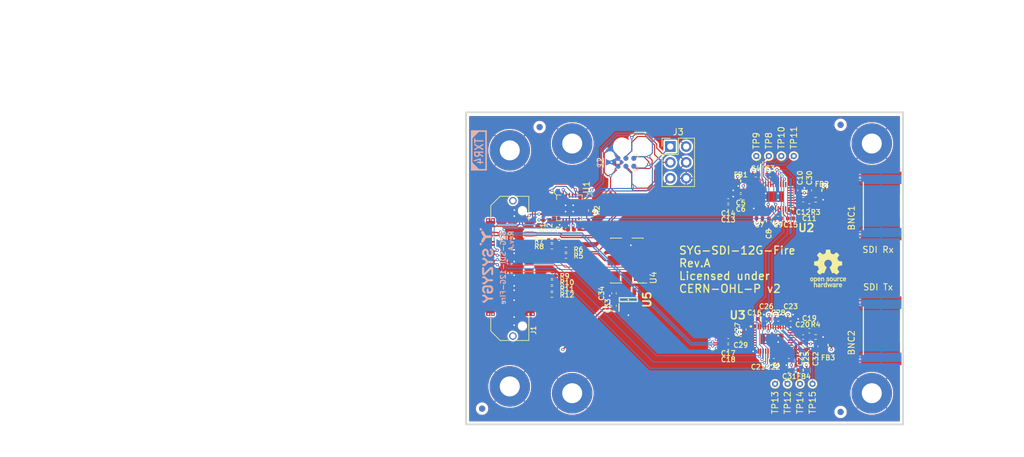
<source format=kicad_pcb>
(kicad_pcb (version 20221018) (generator pcbnew)
  (title_block (title "SZG-TEMPLATE-TXR") (rev "A") (company "Opal Kelly Incorporated"))
  (layers (0 "F.Cu" signal) (1 "In1.Cu" signal) (2 "In2.Cu" signal) (31 "B.Cu" signal) (34 "B.Paste" user) (35 "F.Paste" user) (36 "B.SilkS" user "B.Silkscreen") (37 "F.SilkS" user "F.Silkscreen") (38 "B.Mask" user) (39 "F.Mask" user) (44 "Edge.Cuts" user))
  (net 0 "")
  (net 1 "+5V")
  (net 2 "GND")
  (net 3 "+3V3")
  (net 4 "/SDI/SDI_X")
  (net 5 "/SDI/SDO_X")
  (net 6 "/SDI/VCC_I")
  (net 7 "/SDI/VCO_I")
  (net 8 "/SDI/SDI_P")
  (net 9 "/R_GA")
  (net 10 "/RSVD_38")
  (net 11 "/RSVD_37")
  (net 12 "/C2P_CLKN")
  (net 13 "/P2C_CLKN")
  (net 14 "/C2P_CLKP")
  (net 15 "/P2C_CLKP")
  (net 16 "/MCU_SDA_MOSI")
  (net 17 "/MCU_SCL_USCK")
  (net 18 "Net-(C12-Pad1)")
  (net 19 "/SDI/SDI_N")
  (net 20 "/SDI/RxCP")
  (net 21 "/SDI/RxCN")
  (net 22 "Net-(U2-LF-)")
  (net 23 "Net-(U2-LF+)")
  (net 24 "Net-(U3-LF-)")
  (net 25 "Net-(U3-LF+)")
  (net 26 "/VIO")
  (net 27 "/SDI/TxCP")
  (net 28 "/SDI/TxCN")
  (net 29 "/SDI/SDO_P")
  (net 30 "/SDI/SDO_N")
  (net 31 "Net-(C20-Pad2)")
  (net 32 "/SDI/VCC_O")
  (net 33 "/SDI/VCCO_O")
  (net 34 "/RX0P")
  (net 35 "/RX0N")
  (net 36 "/REFCLKN")
  (net 37 "/TX2P")
  (net 38 "/S6")
  (net 39 "/TX1P")
  (net 40 "/TX3P")
  (net 41 "/REFCLKP")
  (net 42 "/TX0P")
  (net 43 "/S8")
  (net 44 "/S9")
  (net 45 "/RX1P")
  (net 46 "/RX1N")
  (net 47 "/TX2N")
  (net 48 "/RX2P")
  (net 49 "/SDI/VCO_O")
  (net 50 "/RX2N")
  (net 51 "/TX3N")
  (net 52 "/S7")
  (net 53 "/SDI/TERMO")
  (net 54 "/+2.5V")
  (net 55 "/SDIN")
  (net 56 "/SCLK")
  (net 57 "/TX1N")
  (net 58 "/RX3N")
  (net 59 "/TX0N")
  (net 60 "/RX3P")
  (net 61 "/CLK_OE")
  (net 62 "/SDOUT")
  (net 63 "/CLK_FS")
  (net 64 "/CS_n")
  (net 65 "/AVR/MCU_MISO")
  (net 66 "/AVR/MCU_RESET_B")
  (net 67 "/CLKN")
  (net 68 "/CLKP")
  (net 69 "Net-(U1-PA1)")
  (net 70 "Net-(U1-PA2)")
  (net 71 "Net-(U1-PA3)")
  (net 72 "Net-(U1-PA7)")
  (net 73 "Net-(U1-XTAL1{slash}PB0)")
  (net 74 "Net-(U1-XTAL2{slash}PB1)")
  (net 75 "Net-(U1-PB2)")
  (net 76 "/SDI/GPIO1")
  (net 77 "/SDI/GPIO0")
  (net 78 "/SDI/GPIO2")
  (net 79 "/SDI/GPIO3")
  (net 80 "/SDI/GPIO5")
  (net 81 "/SDI/GPIO4")
  (net 82 "/SDI/GPIO6")
  (net 83 "/SDI/GPIO7")
  (net 94 "/SDI/SDIX")
  (net 106 "/SDI/VCCO_I")
  (footprint "Capacitor_SMD:C_0402_1005Metric" (layer "F.Cu") (at 160.32412 100.270334 180)
    (fp_text reference "C1")
    (fp_text value "0.1uF")
  )
  (footprint "Resistor_SMD:R_0402_1005Metric" (layer "F.Cu") (at 163.49912 97.196934 90)
    (fp_text reference "R2")
    (fp_text value "10K")
  )
  (footprint "Resistor_SMD:R_0402_1005Metric" (layer "F.Cu") (at 155.87912 98.238334 90)
    (fp_text reference "R1")
    (fp_text value "10K")
  )
  (footprint "SYZYGY:QFN-24-4x4mm" (layer "F.Cu") (at 160.07012 96.765134 -90)
    (fp_text reference "U1")
    (fp_text value "ATtiny44A-MU")
  )
  (footprint "Capacitor_SMD:C_0402_1005Metric" (layer "F.Cu") (at 156.84432 98.238334 -90)
    (fp_text reference "C2")
    (fp_text value "0.1uF DNP")
  )
  (footprint "Fiducial:Fiducial_1mm_Mask2mm" (layer "F.Cu") (at 203.51932 129.463854 -90)
    (fp_text reference "FID1" hide)
    (fp_text value "Fiducial" hide)
  )
  (footprint "Fiducial:Fiducial_1mm_Mask2mm" (layer "F.Cu") (at 203.51932 83.463854 -90)
    (fp_text reference "FID2" hide)
    (fp_text value "Fiducial" hide)
  )
  (footprint "Fiducial:Fiducial_1mm_Mask2mm" (layer "F.Cu") (at 146.08432 128.936854 -90)
    (fp_text reference "FID3" hide)
    (fp_text value "Fiducial" hide)
  )
  (footprint "Fiducial:Fiducial_1mm_Mask2mm" (layer "F.Cu") (at 155.29732 83.825854 -90)
    (fp_text reference "FID4" hide)
    (fp_text value "Fiducial" hide)
  )
  (footprint "SYZYGY:TestPoint-20mil" (layer "F.Cu") (at 162.30532 99.686134 -90)
    (fp_text reference "TP5" hide)
    (fp_text value "TestPoint" hide)
  )
  (footprint "SYZYGY:TestPoint-20mil" (layer "F.Cu") (at 163.16892 98.797134 -90)
    (fp_text reference "TP6" hide)
    (fp_text value "TestPoint" hide)
  )
  (footprint "SYZYGY:TestPoint-20mil" (layer "F.Cu") (at 163.32132 95.723734 -90)
    (fp_text reference "TP7" hide)
    (fp_text value "TestPoint" hide)
  )
  (footprint "TestPoint:TestPoint_THTPad_D1.0mm_Drill0.5mm" (layer "F.Cu") (at 192.01932 88.463854 -90)
    (fp_text reference "TP8")
    (fp_text value "TestPoint")
  )
  (footprint "TestPoint:TestPoint_THTPad_D1.0mm_Drill0.5mm" (layer "F.Cu") (at 190.01932 88.463854 -90)
    (fp_text reference "TP9")
    (fp_text value "TestPoint")
  )
  (footprint "TestPoint:TestPoint_THTPad_D1.0mm_Drill0.5mm" (layer "F.Cu") (at 196.01932 88.463854 -90)
    (fp_text reference "TP11")
    (fp_text value "TestPoint")
  )
  (footprint "TestPoint:TestPoint_THTPad_D1.0mm_Drill0.5mm" (layer "F.Cu") (at 194.01932 88.463854 -90)
    (fp_text reference "TP10")
    (fp_text value "TestPoint")
  )
  (footprint "SYZYGY:QTH-020-01-F-D-DP-A" (layer "F.Cu") (at 150.51932 106.463854 -90)
    (fp_text reference "J1")
    (fp_text value "SYZYGY_TXR-4")
  )
  (footprint "Capacitor_SMD:C_0402_1005Metric" (layer "F.Cu") (at 197.51932 117.463854)
    (fp_text reference "C20")
    (fp_text value "4.7uF")
  )
  (footprint "Capacitor_SMD:C_0402_1005Metric" (layer "F.Cu") (at 192.21932 91.463854)
    (fp_text reference "C3")
    (fp_text value "0.1uF")
  )
  (footprint "Capacitor_SMD:C_0402_1005Metric" (layer "F.Cu") (at 187.51932 94.963854 180)
    (fp_text reference "C6")
    (fp_text value "0.1uF")
  )
  (footprint "SYZYGY:BEADC1005X55N" (layer "F.Cu") (at 200.51932 93.963854 180)
    (fp_text reference "FB2")
    (fp_text value "Ferrite" hide)
  )
  (footprint "TestPoint:TestPoint_THTPad_D1.0mm_Drill0.5mm" (layer "F.Cu") (at 197.01932 124.963854)
    (fp_text reference "TP14")
    (fp_text value "TestPoint")
  )
  (footprint "Capacitor_SMD:C_0402_1005Metric" (layer "F.Cu") (at 189.71932 114.563854)
    (fp_text reference "C16")
    (fp_text value "470nF")
  )
  (footprint "Capacitor_SMD:C_0402_1005Metric" (layer "F.Cu") (at 197.01932 118.963854 -90)
    (fp_text reference "C24")
    (fp_text value "0.1uF")
  )
  (footprint "TestPoint:TestPoint_THTPad_D1.0mm_Drill0.5mm" (layer "F.Cu") (at 195.01932 124.963854)
    (fp_text reference "TP12")
    (fp_text value "TestPoint")
  )
  (footprint "Capacitor_SMD:C_0402_1005Metric" (layer "F.Cu") (at 195.21932 122.763854 180)
    (fp_text reference "C31")
    (fp_text value "10uF")
  )
  (footprint "Capacitor_SMD:C_0402_1005Metric" (layer "F.Cu") (at 185.51932 118.063854)
    (fp_text reference "C17")
    (fp_text value "4.7uF")
  )
  (footprint "Capacitor_SMD:C_0402_1005Metric" (layer "F.Cu") (at 185.51932 96.663854 180)
    (fp_text reference "C13")
    (fp_text value "4.7uF")
  )
  (footprint "Resistor_SMD:R_0402_1005Metric" (layer "F.Cu") (at 157.26932 109.713854)
    (fp_text reference "R11")
    (fp_text value "0R")
  )
  (footprint "SamacSys:SOT95P280X145-5N" (layer "F.Cu") (at 169.51932 111.463854 90)
    (fp_text reference "U5")
    (fp_text value "LP5907MFX-2.5/NOPB" hide)
  )
  (footprint "Capacitor_SMD:C_0402_1005Metric" (layer "F.Cu") (at 198.51932 116.463854)
    (fp_text reference "C19")
    (fp_text value "4.7uF")
  )
  (footprint "Capacitor_SMD:C_0402_1005Metric" (layer "F.Cu") (at 197.01932 93.963854 90)
    (fp_text reference "C10")
    (fp_text value "1.0uF")
  )
  (footprint "SYZYGY:BEADC1005X55N" (layer "F.Cu") (at 187.51932 92.463854)
    (fp_text reference "FB1")
    (fp_text value "Ferrite" hide)
  )
  (footprint "Connector_PinHeader_2.54mm:PinHeader_2x03_P2.54mm_Vertical" (layer "F.Cu") (at 176.24432 86.938854)
    (fp_text reference "J3")
    (fp_text value "Conn_02x03_Odd_Even")
  )
  (footprint "Capacitor_SMD:C_0402_1005Metric" (layer "F.Cu") (at 195.21932 121.263854 180)
    (fp_text reference "C22")
    (fp_text value "0.1uF")
  )
  (footprint "Capacitor_SMD:C_0402_1005Metric" (layer "F.Cu") (at 193.51932 98.463854)
    (fp_text reference "C9")
    (fp_text value "10uF")
  )
  (footprint "Resistor_SMD:R_0402_1005Metric" (layer "F.Cu") (at 199.51932 95.463854 180)
    (fp_text reference "R3")
    (fp_text value "2.0R")
  )
  (footprint "Capacitor_SMD:C_0402_1005Metric" (layer "F.Cu") (at 192.01932 98.963854 -90)
    (fp_text reference "C8")
    (fp_text value "10uF")
  )
  (footprint "Capacitor_SMD:C_0402_1005Metric" (layer "F.Cu") (at 185.51932 95.663854 180)
    (fp_text reference "C14")
    (fp_text value "4.7uF")
  )
  (footprint "Resistor_SMD:R_0402_1005Metric" (layer "F.Cu") (at 199.51932 117.463854)
    (fp_text reference "R4")
    (fp_text value "75R")
  )
  (footprint "Capacitor_SMD:C_0402_1005Metric" (layer "F.Cu") (at 192.81932 121.263854 180)
    (fp_text reference "C21")
    (fp_text value "0.1uF")
  )
  (footprint "Resistor_SMD:R_0402_1005Metric" (layer "F.Cu") (at 157.26932 108.713854)
    (fp_text reference "R10")
    (fp_text value "0R")
  )
  (footprint "Capacitor_SMD:C_0402_1005Metric" (layer "F.Cu") (at 187.51932 93.963854 180)
    (fp_text reference "C5")
    (fp_text value "0.1uF")
  )
  (footprint "Capacitor_SMD:C_0402_1005Metric" (layer "F.Cu") (at 195.51932 98.463854 180)
    (fp_text reference "C15")
    (fp_text value "470nF")
  )
  (footprint "SYZYGY:BEADC1005X55N" (layer "F.Cu") (at 201.51932 118.763854 180)
    (fp_text reference "FB3")
    (fp_text value "Ferrite" hide)
  )
  (footprint "Capacitor_SMD:C_0402_1005Metric" (layer "F.Cu") (at 197.51932 95.463854 180)
    (fp_text reference "C12")
    (fp_text value "4.7uF")
  )
  (footprint "Capacitor_SMD:C_0402_1005Metric" (layer "F.Cu") (at 199.51932 118.963854 -90)
    (fp_text reference "C32")
    (fp_text value "10uF")
  )
  (footprint "Capacitor_SMD:C_0402_1005Metric" (layer "F.Cu") (at 195.51932 114.563854)
    (fp_text reference "C23")
    (fp_text value "0.1uF")
  )
  (footprint "Resistor_SMD:R_0402_1005Metric" (layer "F.Cu") (at 157.26932 110.713854)
    (fp_text reference "R12")
    (fp_text value "0R")
  )
  (footprint "Capacitor_SMD:C_0402_1005Metric" (layer "F.Cu") (at 185.51932 119.063854)
    (fp_text reference "C18")
    (fp_text value "4.7uF")
  )
  (footprint "SYZYGY:BNC7T-J-P-XX-ST-EM1D" (layer "F.Cu") (at 213.51932 116.463854 90)
    (fp_text reference "BNC2")
    (fp_text value "BNC")
  )
  (footprint "Resistor_SMD:R_0402_1005Metric" (layer "F.Cu") (at 159.51932 103.463854 180)
    (fp_text reference "R6")
    (fp_text value "0R")
  )
  (footprint "Capacitor_SMD:C_0402_1005Metric" (layer "F.Cu") (at 167.21932 112.463854 90)
    (fp_text reference "C33")
    (fp_text value "1.0uF")
  )
  (footprint "SYZYGY:QFN40P600X400X100-41N-D" (layer "F.Cu") (at 192.51932 94.963854 180)
    (fp_text reference "U2")
    (fp_text value "GS12241-INE3" hide)
  )
  (footprint "Resistor_SMD:R_0402_1005Metric" (layer "F.Cu") (at 157.26932 101.963854)
    (fp_text reference "R7")
    (fp_text value "0R")
  )
  (footprint "Capacitor_SMD:C_0402_1005Metric" (layer "F.Cu") (at 190.51932 98.463854)
    (fp_text reference "C7")
    (fp_text value "0.1uF")
  )
  (footprint "SYZYGY:BEADC1005X55N" (layer "F.Cu") (at 197.51932 122.763854 180)
    (fp_text reference "FB4")
    (fp_text value "Ferrite" hide)
  )
  (footprint "Resistor_SMD:R_0402_1005Metric" (layer "F.Cu") (at 157.26932 102.963854)
    (fp_text reference "R8")
    (fp_text value "0R")
  )
  (footprint "TestPoint:TestPoint_THTPad_D1.0mm_Drill0.5mm" (layer "F.Cu") (at 199.01932 124.963854)
    (fp_text reference "TP15")
    (fp_text value "TestPoint")
  )
  (footprint "SYZYGY:QFN40P600X400X100-41N-D" (layer "F.Cu") (at 192.51932 117.763854)
    (fp_text reference "U3")
    (fp_text value "GS12281-INTE3" hide)
  )
  (footprint "Capacitor_SMD:C_0402_1005Metric" (layer "F.Cu") (at 198.01932 118.963854 -90)
    (fp_text reference "C25")
    (fp_text value "0.1uF")
  )
  (footprint "SYZYGY:TestPoint-20mil" (layer "F.Cu") (at 156.74272 95.114134)
    (fp_text reference "TP3" hide)
    (fp_text value "TestPoint" hide)
  )
  (footprint "Capacitor_SMD:C_0402_1005Metric" (layer "F.Cu") (at 167.21932 110.463854 -90)
    (fp_text reference "C34")
    (fp_text value "1.0uF")
  )
  (footprint "Capacitor_SMD:C_0402_1005Metric" (layer "F.Cu") (at 193.51932 114.563854)
    (fp_text reference "C28")
    (fp_text value "10uF")
  )
  (footprint "Resistor_SMD:R_0402_1005Metric" (layer "F.Cu") (at 157.26932 107.713854)
    (fp_text reference "R9")
    (fp_text value "0R")
  )
  (footprint "Capacitor_SMD:C_0402_1005Metric" (layer "F.Cu") (at 187.51932 117.763854 180)
    (fp_text reference "C29")
    (fp_text value "0.1uF")
  )
  (footprint "SYZYGY:TestPoint-20mil" (layer "F.Cu") (at 156.74272 95.977734)
    (fp_text reference "TP2" hide)
    (fp_text value "TestPoint" hide)
  )
  (footprint "Capacitor_SMD:C_0402_1005Metric" (layer "F.Cu") (at 198.51932 93.963854 90)
    (fp_text reference "C30")
    (fp_text value "10uF")
  )
  (footprint "SYZYGY:TestPoint-20mil" (layer "F.Cu") (at 163.32132 94.809334)
    (fp_text reference "TP4" hide)
    (fp_text value "TestPoint" hide)
  )
  (footprint "SYZYGY:TestPoint-20mil" (layer "F.Cu") (at 156.74272 96.841334)
    (fp_text reference "TP1" hide)
    (fp_text value "TestPoint" hide)
  )
  (footprint "Symbol:OSHW-Logo_5.7x6mm_SilkScreen" (layer "F.Cu") (at 201.51932 106.463854)
    (fp_text reference "REF**" hide)
    (fp_text value "OSHW-Logo_5.7x6mm_SilkScreen" hide)
  )
  (footprint "Resistor_SMD:R_0402_1005Metric" (layer "F.Cu") (at 159.51932 104.463854 180)
    (fp_text reference "R5")
    (fp_text value "0R")
  )
  (footprint "Capacitor_SMD:C_0402_1005Metric" (layer "F.Cu") (at 191.61932 114.563854 180)
    (fp_text reference "C26")
    (fp_text value "10uF")
  )
  (footprint "SYZYGY:Si513-A" (layer "F.Cu") (at 169.26932 105.213854 90)
    (fp_text reference "U4")
    (fp_text value "513FCA000270AAG")
  )
  (footprint "Capacitor_SMD:C_0402_1005Metric" (layer "F.Cu") (at 198.51932 96.463854 180)
    (fp_text reference "C11")
    (fp_text value "4.7uF")
  )
  (footprint "Capacitor_SMD:C_0402_1005Metric" (layer "F.Cu") (at 189.91932 91.463854)
    (fp_text reference "C4")
    (fp_text value "0.1uF")
  )
  (footprint "TestPoint:TestPoint_THTPad_D1.0mm_Drill0.5mm" (layer "F.Cu") (at 193.01932 124.963854)
    (fp_text reference "TP13")
    (fp_text value "TestPoint")
  )
  (footprint "Capacitor_SMD:C_0402_1005Metric" (layer "F.Cu") (at 188.01932 116.263854 90)
    (fp_text reference "C27")
    (fp_text value "1.0uF")
  )
  (footprint "SYZYGY:BNC7T-J-P-XX-ST-EM1D" (layer "F.Cu") (at 213.51932 96.463854 90)
    (fp_text reference "BNC1")
    (fp_text value "BNC")
  )
  (footprint "Fiducial:Fiducial_1mm_Mask2mm" (layer "B.Cu") (at 146.08432 128.936854 -90)
    (fp_text reference "FID6" hide)
    (fp_text value "Fiducial" hide)
  )
  (footprint "Fiducial:Fiducial_1mm_Mask2mm" (layer "B.Cu") (at 203.51932 83.463854 -90)
    (fp_text reference "FID7" hide)
    (fp_text value "Fiducial" hide)
  )
  (footprint "Fiducial:Fiducial_1mm_Mask2mm" (layer "B.Cu") (at 203.51932 129.463854 -90)
    (fp_text reference "FID8" hide)
    (fp_text value "Fiducial" hide)
  )
  (footprint "SYZYGY:MountingHole_3.2mm_M3_6.5mm_Pad_TopBottom" (layer "B.Cu") (at 150.51932 87.553854 -90)
    (fp_text reference "H1" hide)
    (fp_text value "MountingHole_Pad" hide)
  )
  (footprint "SYZYGY:MountingHole_3.2mm_M3_6.5mm_Pad_TopBottom" (layer "B.Cu") (at 150.51932 125.373854 -90)
    (fp_text reference "H2" hide)
    (fp_text value "MountingHole_Pad" hide)
  )
  (footprint "SYZYGY:MountingHole_3.2mm_M3_6.5mm_Pad_TopBottom" (layer "B.Cu") (at 160.51932 86.463854 -90)
    (fp_text reference "H3" hide)
    (fp_text value "MountingHole_Pad" hide)
  )
  (footprint "SYZYGY:MountingHole_3.2mm_M3_6.5mm_Pad_TopBottom" (layer "B.Cu") (at 160.51932 126.463854 -90)
    (fp_text reference "H4" hide)
    (fp_text value "MountingHole_Pad" hide)
  )
  (footprint "SYZYGY:MountingHole_3.2mm_M3_6.5mm_Pad_TopBottom" (layer "B.Cu") (at 208.51932 86.463854 -90)
    (fp_text reference "H5" hide)
    (fp_text value "MountingHole_Pad" hide)
  )
  (footprint "SYZYGY:MountingHole_3.2mm_M3_6.5mm_Pad_TopBottom" (layer "B.Cu") (at 208.51932 126.463854 -90)
    (fp_text reference "H6" hide)
    (fp_text value "MountingHole_Pad" hide)
  )
  (footprint "Fiducial:Fiducial_1mm_Mask2mm" (layer "B.Cu") (at 155.29732 83.825854 -90)
    (fp_text reference "FID5" hide)
    (fp_text value "Fiducial" hide)
  )
  (footprint "SYZYGY:SYZYGY_Logo" (layer "B.Cu") (at 146.86932 105.913854 -90)
    (fp_text reference "LOGO2" hide)
    (fp_text value "LOGO" hide)
  )
  (footprint "SYZYGY:Tag-Connect_TC2030-IDC-FP_2x03_P1.27mm_Vertical" (layer "B.Cu") (at 169.11932 89.463854 180)
    (fp_text reference "J2")
    (fp_text value "Conn_01x06")
  )
  (footprint "SYZYGY:SYZYGY_TXR4_Logo" (layer "B.Cu") (at 146.71932 90.663854 -90)
    (fp_text reference "LOGO1" hide)
    (fp_text value "SYZYGY_STD_Logo" hide)
  )
  (gr_line (start 143.51932 81.463854) (end 143.51932 131.463854) (stroke (width 0.254)) (layer "Edge.Cuts"))
  (gr_line (start 213.51932 81.463854) (end 143.51932 81.463854) (stroke (width 0.254)) (layer "Edge.Cuts"))
  (gr_line (start 213.51932 131.463854) (end 213.51932 81.463854) (stroke (width 0.254)) (layer "Edge.Cuts"))
  (gr_line (start 143.51932 131.463854) (end 213.51932 131.463854) (stroke (width 0.254)) (layer "Edge.Cuts"))
  (gr_text "SZG-SDI-12G-Fire\nRev.A" (at 150.09552 100.346854 90) (layer "B.SilkS") (effects (font (size 0.8 0.8) (thickness 0.16) bold) (justify left mirror)))
  (gr_text "SYG-SDI-12G-Fire\nRev.A\nLicensed under\nCERN-OHL-P v2" (at 177.51932 110.463854) (layer "F.SilkS") (effects (font (size 1.27 1.27) (thickness 0.2)) (justify left bottom)))
  (gr_text "SDI Tx" (at 209.51932 109.463854) (layer "F.SilkS") (effects (font (size 1 1))))
  (gr_text "SDI Rx" (at 209.51932 103.463854) (layer "F.SilkS") (effects (font (size 1 1))))
  (via (at 147.01792 98.732264) (size 0.5) (drill 0.254) (layers "F.Cu" "B.Cu") (net 1))
  (via (at 147.80932 98.732264) (size 0.5) (drill 0.254) (layers "F.Cu" "B.Cu") (net 1))
  (segment (start 190.39932 90.843854) (end 190.31932 90.763854) (width 0.127) (layer "F.Cu") (net 2))
  (segment (start 167.21932 111.983854) (end 166.59932 111.983854) (width 0.127) (layer "F.Cu") (net 2))
  (segment (start 193.99932 99.083854) (end 193.91932 99.163854) (width 0.127) (layer "F.Cu") (net 2))
  (segment (start 199.51932 119.443854) (end 198.79932 119.443854) (width 0.127) (layer "F.Cu") (net 2))
  (segment (start 200.02932 95.463854) (end 200.71932 95.463854) (width 0.127) (layer "F.Cu") (net 2))
  (segment (start 171.36932 102.713854) (end 169.96932 102.713854) (width 0.127) (layer "F.Cu") (net 2))
  (segment (start 195.46932 96.327708) (end 195.46932 96.813854) (width 0.127) (layer "F.Cu") (net 2))
  (segment (start 192.69932 91.463854) (end 192.69932 90.843854) (width 0.127) (layer "F.Cu") (net 2))
  (segment (start 191.11932 97.663854) (end 191.11932 96.877708) (width 0.127) (layer "F.Cu") (net 2))
  (segment (start 187.39932 115.783854) (end 187.31932 115.863854) (width 0.127) (layer "F.Cu") (net 2))
  (segment (start 160.07012 99.482934) (end 159.96852 99.584534) (width 0.2286) (layer "F.Cu") (net 2))
  (segment (start 193.91932 97.963854) (end 193.99932 98.043854) (width 0.127) (layer "F.Cu") (net 2))
  (segment (start 191.13932 114.563854) (end 191.13932 113.943854) (width 0.127) (layer "F.Cu") (net 2))
  (segment (start 198.63932 119.443854) (end 198.71932 119.363854) (width 0.127) (layer "F.Cu") (net 2))
  (segment (start 197.01932 93.483854) (end 197.63932 93.483854) (width 0.127) (layer "F.Cu") (net 2))
  (segment (start 187.03932 93.963854) (end 187.03932 93.343854) (width 0.127) (layer "F.Cu") (net 2))
  (segment (start 166.59932 110.943854) (end 166.51932 110.863854) (width 0.127) (layer "F.Cu") (net 2))
  (segment (start 191.51932 115.363854) (end 191.51932 115.813854) (width 0.127) (layer "F.Cu") (net 2))
  (segment (start 158.41932 101.963854) (end 157.77932 101.963854) (width 0.127) (layer "F.Cu") (net 2))
  (segment (start 156.84432 98.698334) (end 156.84432 99.457534) (width 0.254) (layer "F.Cu") (net 2))
  (segment (start 189.56932 119.713854) (end 189.51932 119.763854) (width 0.127) (layer "F.Cu") (net 2))
  (segment (start 191.11932 115.003854) (end 191.13932 114.983854) (width 0.127) (layer "F.Cu") (net 2))
  (segment (start 194.73932 120.783854) (end 194.31932 120.363854) (width 0.127) (layer "F.Cu") (net 2))
  (segment (start 194.73932 122.043854) (end 194.81932 121.963854) (width 0.127) (layer "F.Cu") (net 2))
  (segment (start 191.13932 114.983854) (end 191.51932 115.363854) (width 0.127) (layer "F.Cu") (net 2))
  (segment (start 197.01932 119.443854) (end 196.39932 119.443854) (width 0.127) (layer "F.Cu") (net 2))
  (segment (start 198.01932 119.443854) (end 198.01932 120.163854) (width 0.127) (layer "F.Cu") (net 2))
  (segment (start 192.31932 119.713854) (end 192.31932 120.823854) (width 0.127) (layer "F.Cu") (net 2))
  (segment (start 169.51932 112.713854) (end 169.51932 111.463854) (width 0.127) (layer "F.Cu") (net 2))
  (segment (start 197.63932 93.483854) (end 197.71932 93.563854) (width 0.127) (layer "F.Cu") (net 2))
  (segment (start 192.71932 120.463854) (end 192.71932 119.713854) (width 0.127) (layer "F.Cu") (net 2))
  (segment (start 196.21932 93.563854) (end 195.46932 93.563854) (width 0.127) (layer "F.Cu") (net 2))
  (segment (start 192.31932 92.977708) (end 192.31932 92.323854) (width 0.127) (layer "F.Cu") (net 2))
  (segment (start 195.46932 96.813854) (end 195.51932 96.863854) (width 0.127) (layer "F.Cu") (net 2))
  (segment (start 193.99932 98.463854) (end 193.99932 99.083854) (width 0.127) (layer "F.Cu") (net 2))
  (segment (start 190.39932 91.463854) (end 190.39932 91.943854) (width 0.127) (layer "F.Cu") (net 2))
  (segment (start 192.71932 91.963854) (end 192.71932 92.977708) (width 0.127) (layer "F.Cu") (net 2))
  (segment (start 188.01932 115.783854) (end 188.59932 116.363854) (width 0.127) (layer "F.Cu") (net 2))
  (segment (start 197.01932 93.483854) (end 196.29932 93.483854) (width 0.127) (layer "F.Cu") (net 2))
  (segment (start 198.51932 93.483854) (end 197.79932 93.483854) (width 0.127) (layer "F.Cu") (net 2))
  (segment (start 187.03932 94.963854) (end 186.31932 94.963854) (width 0.127) (layer "F.Cu") (net 2))
  (segment (start 193.99932 98.463854) (end 193.99932 98.043854) (width 0.127) (layer "F.Cu") (net 2))
  (segment (start 190.99932 98.463854) (end 190.99932 97.783854) (width 0.127) (layer "F.Cu") (net 2))
  (segment (start 190.39932 91.463854) (end 190.39932 90.843854) (width 0.127) (layer "F.Cu") (net 2))
  (segment (start 192.33932 121.263854) (end 192.33932 120.843854) (width 0.127) (layer "F.Cu") (net 2))
  (segment (start 192.69932 91.463854) (end 192.69932 91.943854) (width 0.127) (layer "F.Cu") (net 2))
  (segment (start 193.51932 97.563854) (end 193.51932 96.877708) (width 0.127) (layer "F.Cu") (net 2))
  (segment (start 193.99932 114.563854) (end 193.99932 113.943854) (width 0.127) (layer "F.Cu") (net 2))
  (segment (start 167.55432 90.098854) (end 166.91932 89.463854) (width 0.1778) (layer "F.Cu") (net 2))
  (segment (start 189.56932 96.813854) (end 189.61932 96.863854) (width 0.127) (layer "F.Cu") (net 2))
  (segment (start 190.71932 92.263854) (end 190.71932 92.977708) (width 0.127) (layer "F.Cu") (net 2))
  (segment (start 195.99932 113.943854) (end 195.91932 113.863854) (width 0.127) (layer "F.Cu") (net 2))
  (segment (start 166.59932 111.983854) (end 166.51932 112.063854) (width 0.127) (layer "F.Cu") (net 2))
  (segment (start 195.46932 115.913854) (end 195.51932 115.863854) (width 0.127) (layer "F.Cu") (net 2))
  (segment (start 195.46932 116.363854) (end 195.46932 115.913854) (width 0.127) (layer "F.Cu") (net 2))
  (segment (start 192.31932 92.323854) (end 192.69932 91.943854) (width 0.127) (layer "F.Cu") (net 2))
  (segment (start 196.39932 119.443854) (end 196.133174 119.177708) (width 0.127) (layer "F.Cu") (net 2))
  (segment (start 187.03932 117.763854) (end 187.03932 117.283854) (width 0.127) (layer "F.Cu") (net 2))
  (segment (start 198.01932 119.443854) (end 198.63932 119.443854) (width 0.127) (layer "F.Cu") (net 2))
  (segment (start 188.01932 115.783854) (end 187.39932 115.783854) (width 0.127) (layer "F.Cu") (net 2))
  (segment (start 196.133174 119.177708) (end 195.46932 119.177708) (width 0.127) (layer "F.Cu") (net 2))
  (segment (start 190.99932 99.083854) (end 190.91932 99.163854) (width 0.127) (layer "F.Cu") (net 2))
  (segment (start 197.79932 93.483854) (end 197.71932 93.563854) (width 0.127) (layer "F.Cu") (net 2))
  (segment (start 198.79932 119.443854) (end 198.71932 119.363854) (width 0.127) (layer "F.Cu") (net 2))
  (segment (start 159.96852 100.165934) (end 159.86412 100.270334) (width 0.4064) (layer "F.Cu") (net 2))
  (segment (start 192.01932 99.443854) (end 192.01932 100.163854) (width 0.127) (layer "F.Cu") (net 2))
  (segment (start 196.29932 93.483854) (end 196.21932 93.563854) (width 0.127) (layer "F.Cu") (net 2))
  (segment (start 190.39932 91.943854) (end 190.71932 92.263854) (width 0.127) (layer "F.Cu") (net 2))
  (segment (start 189.56932 96.363854) (end 189.56932 96.813854) (width 0.127) (layer "F.Cu") (net 2))
  (segment (start 195.99932 114.563854) (end 196.71932 114.563854) (width 0.127) (layer "F.Cu") (net 2))
  (segment (start 159.96852 99.584534) (end 159.96852 100.165934) (width 0.4064) (layer "F.Cu") (net 2))
  (segment (start 167.21932 110.943854) (end 166.59932 110.943854) (width 0.127) (layer "F.Cu") (net 2))
  (segment (start 192.31932 120.823854) (end 192.33932 120.843854) (width 0.127) (layer "F.Cu") (net 2))
  (segment (start 187.03932 93.343854) (end 187.11932 93.263854) (width 0.127) (layer "F.Cu") (net 2))
  (segment (start 190.99932 98.463854) (end 190.99932 99.083854) (width 0.127) (layer "F.Cu") (net 2))
  (segment (start 187.03932 117.283854) (end 186.81932 117.063854) (width 0.127) (layer "F.Cu") (net 2))
  (segment (start 190.99932 97.783854) (end 191.11932 97.663854) (width 0.127) (layer "F.Cu") (net 2))
  (segment (start 160.07012 98.765134) (end 160.07012 99.482934) (width 0.2286) (layer "F.Cu") (net 2))
  (segment (start 192.33932 121.883854) (end 192.41932 121.963854) (width 0.127) (layer "F.Cu") (net 2))
  (segment (start 189.56932 119.163854) (end 189.56932 119.713854) (width 0.127) (layer "F.Cu") (net 2))
  (segment (start 191.11932 115.813854) (end 191.11932 115.003854) (width 0.127) (layer "F.Cu") (net 2))
  (segment (start 169.51932 112.713854) (end 169.51932 113.963854) (width 0.127) (layer "F.Cu") (net 2))
  (segment (start 169.96932 102.713854) (end 169.91932 102.763854) (width 0.127) (layer "F.Cu") (net 2))
  (segment (start 197.01932 119.443854) (end 198.01932 119.443854) (width 0.127) (layer "F.Cu") (net 2))
  (segment (start 193.91932 115.063854) (end 193.99932 114.983854) (width 0.127) (layer "F.Cu") (net 2))
  (segment (start 194.73932 121.883854) (end 194.73932 120.783854) (width 0.127) (layer "F.Cu") (net 2))
  (segment (start 195.99932 114.563854) (end 195.99932 113.943854) (width 0.127) (layer "F.Cu") (net 2))
  (segment (start 193.99932 113.943854) (end 193.91932 113.863854) (width 0.127) (layer "F.Cu") (net 2))
  (segment (start 194.31932 120.363854) (end 194.31932 119.713854) (width 0.127) (layer "F.Cu") (net 2))
  (segment (start 193.91932 115.813854) (end 193.91932 115.063854) (width 0.127) (layer "F.Cu") (net 2))
  (segment (start 194.73932 122.763854) (end 194.73932 122.043854) (width 0.127) (layer "F.Cu") (net 2))
  (segment (start 191.13932 113.943854) (end 191.21932 113.863854) (width 0.127) (layer "F.Cu") (net 2))
  (segment (start 200.02932 117.463854) (end 200.71932 117.463854) (width 0.127) (layer "F.Cu") (net 2))
  (segment (start 166.91932 89.463854) (end 166.81932 89.463854) (width 0.1778) (layer "F.Cu") (net 2))
  (segment (start 188.59932 116.363854) (end 189.56932 116.363854) (width 0.127) (layer "F.Cu") (net 2))
  (segment (start 191.13932 114.563854) (end 191.13932 114.983854) (width 0.127) (layer "F.Cu") (net 2))
  (segment (start 192.33932 120.843854) (end 192.71932 120.463854) (width 0.127) (layer "F.Cu") (net 2))
  (segment (start 187.03932 93.963854) (end 186.31932 93.963854) (width 0.127) (layer "F.Cu") (net 2))
  (segment (start 192.69932 91.943854) (end 192.71932 91.963854) (width 0.127) (layer "F.Cu") (net 2))
  (segment (start 193.91932 96.877708) (end 193.91932 97.963854) (width 0.127) (layer "F.Cu") (net 2))
  (segment (start 197.01932 119.443854) (end 197.01932 120.163854) (width 0.127) (layer "F.Cu") (net 2))
  (segment (start 193.99932 114.563854) (end 193.99932 114.983854) (width 0.127) (layer "F.Cu") (net 2))
  (segment (start 192.69932 90.843854) (end 192.61932 90.763854) (width 0.127) (layer "F.Cu") (net 2))
  (segment (start 194.81932 121.963854) (end 194.73932 121.883854) (width 0.127) (layer "F.Cu") (net 2))
  (segment (start 192.33932 121.263854) (end 192.33932 121.883854) (width 0.127) (layer "F.Cu") (net 2))
  (segment (start 193.99932 114.983854) (end 193.51932 115.463854) (width 0.127) (layer "F.Cu") (net 2))
  (segment (start 193.99932 98.043854) (end 193.51932 97.563854) (width 0.127) (layer "F.Cu") (net 2))
  (via (at 166.81932 89.463854) (size 0.5) (drill 0.254) (layers "F.Cu" "B.Cu") (net 2))
  (via (at 151.25392 97.120734) (size 0.5) (drill 0.254) (layers "F.Cu" "B.Cu") (net 2))
  (via (at 151.21932 109.963854) (size 0.5) (drill 0.254) (layers "F.Cu" "B.Cu") (net 2))
  (via (at 151.22276 103.485654) (size 0.5) (drill 0.254) (layers "F.Cu" "B.Cu") (net 2))
  (via (at 151.21932 107.563854) (size 0.5) (drill 0.254) (layers "F.Cu" "B.Cu") (net 2))
  (via (at 151.21932 109.263854) (size 0.5) (drill 0.254) (layers "F.Cu" "B.Cu") (net 2))
  (via (at 151.21932 114.263854) (size 0.5) (drill 0.254) (layers "F.Cu" "B.Cu") (net 2))
  (via (at 151.21932 115.563854) (size 0.5) (drill 0.254) (layers "F.Cu" "B.Cu") (net 2))
  (via (at 151.21932 111.563854) (size 0.5) (drill 0.254) (layers "F.Cu" "B.Cu") (net 2))
  (via (at 151.21932 105.363854) (size 0.5) (drill 0.254) (layers "F.Cu" "B.Cu") (net 2))
  (via (at 151.22276 104.038854) (size 0.5) (drill 0.254) (layers "F.Cu" "B.Cu") (net 2))
  (via (at 151.21932 101.713854) (size 0.5) (drill 0.254) (layers "F.Cu" "B.Cu") (net 2))
  (via (at 159.96852 99.584534) (size 0.5) (drill 0.254) (layers "F.Cu" "B.Cu") (net 2))
  (via (at 196.71932 114.563854) (size 0.5) (drill 0.254) (layers "F.Cu" "B.Cu") (net 2))
  (via (at 149.61932 101.663854) (size 0.5) (drill 0.254) (layers "F.Cu" "B.Cu") (net 2))
  (via (at 189.61932 96.863854) (size 0.5) (drill 0.254) (layers "F.Cu" "B.Cu") (net 2))
  (via (at 169.91932 102.763854) (size 0.5) (drill 0.254) (layers "F.Cu" "B.Cu") (net 2))
  (via (at 182.41932 119.263854) (size 0.5) (drill 0.254) (layers "F.Cu" "B.Cu") (net 2))
  (via (at 158.41932 101.963854) (size 0.5) (drill 0.254) (layers "F.Cu" "B.Cu") (net 2))
  (via (at 193.51932 117.263854) (size 0.5) (drill 0.254) (layers "F.Cu" "B.Cu") (net 2))
  (via (at 191.51932 94.463854) (size 0.5) (drill 0.254) (layers "F.Cu" "B.Cu") (net 2))
  (via (at 192.01932 100.163854) (size 0.5) (drill 0.254) (layers "F.Cu" "B.Cu") (net 2))
  (via (at 169.51932 111.463854) (size 0.5) (drill 0.254) (layers "F.Cu" "B.Cu") (net 2))
  (via (at 194.81932 121.963854) (size 0.5) (drill 0.254) (layers "F.Cu" "B.Cu") (net 2))
  (via (at 187.31932 115.863854) (size 0.5) (drill 0.254) (layers "F.Cu" "B.Cu") (net 2))
  (via (at 169.51932 113.963854) (size 0.5) (drill 0.254) (layers "F.Cu" "B.Cu") (net 2))
  (via (at 200.71932 117.463854) (size 0.5) (drill 0.254) (layers "F.Cu" "B.Cu") (net 2))
  (via (at 186.31932 94.963854) (size 0.5) (drill 0.254) (layers "F.Cu" "B.Cu") (net 2))
  (via (at 156.84432 99.457534) (size 0.5) (drill 0.254) (layers "F.Cu" "B.Cu") (net 2))
  (via (at 186.31932 93.963854) (size 0.5) (drill 0.254) (layers "F.Cu" "B.Cu") (net 2))
  (via (at 197.01932 120.163854) (size 0.5) (drill 0.254) (layers "F.Cu" "B.Cu") (net 2))
  (via (at 193.91932 99.163854) (size 0.5) (drill 0.254) (layers "F.Cu" "B.Cu") (net 2))
  (via (at 197.71932 93.563854) (size 0.5) (drill 0.254) (layers "F.Cu" "B.Cu") (net 2))
  (via (at 160.67012 97.365134) (size 0.5) (drill 0.254) (layers "F.Cu" "B.Cu") (net 2))
  (via (at 193.51932 95.463854) (size 0.5) (drill 0.254) (layers "F.Cu" "B.Cu") (net 2))
  (via (at 159.46052 96.358734) (size 0.5) (drill 0.254) (layers "F.Cu" "B.Cu") (net 2))
  (via (at 191.51932 117.263854) (size 0.5) (drill 0.254) (layers "F.Cu" "B.Cu") (net 2))
  (via (at 200.71932 95.463854) (size 0.5) (drill 0.254) (layers "F.Cu" "B.Cu") (net 2))
  (via (at 187.11932 93.263854) (size 0.5) (drill 0.254) (layers "F.Cu" "B.Cu") (net 2))
  (via (at 190.91932 99.163854) (size 0.5) (drill 0.254) (layers "F.Cu" "B.Cu") (net 2))
  (via (at 182.41932 117.863854) (size 0.5) (drill 0.254) (layers "F.Cu" "B.Cu") (net 2))
  (via (at 192.61932 90.763854) (size 0.5) (drill 0.254) (layers "F.Cu" "B.Cu") (net 2))
  (via (at 183.61932 119.263854) (size 0.5) (drill 0.254) (layers "F.Cu" "B.Cu") (net 2))
  (via (at 193.51932 118.263854) (size 0.5) (drill 0.254) (layers "F.Cu" "B.Cu") (net 2))
  (via (at 159.46052 97.365134) (size 0.5) (drill 0.254) (layers "F.Cu" "B.Cu") (net 2))
  (via (at 189.51932 119.763854) (size 0.5) (drill 0.254) (layers "F.Cu" "B.Cu") (net 2))
  (via (at 183.61932 117.863854) (size 0.5) (drill 0.254) (layers "F.Cu" "B.Cu") (net 2))
  (via (at 191.51932 118.263854) (size 0.5) (drill 0.254) (layers "F.Cu" "B.Cu") (net 2))
  (via (at 198.01932 120.163854) (size 0.5) (drill 0.254) (layers "F.Cu" "B.Cu") (net 2))
  (via (at 160.67012 96.358734) (size 0.5) (drill 0.254) (layers "F.Cu" "B.Cu") (net 2))
  (via (at 195.51932 96.863854) (size 0.5) (drill 0.254) (layers "F.Cu" "B.Cu") (net 2))
  (via (at 151.25392 98.085934) (size 0.5) (drill 0.254) (layers "F.Cu" "B.Cu") (net 2))
  (via (at 192.41932 121.963854) (size 0.5) (drill 0.254) (layers "F.Cu" "B.Cu") (net 2))
  (via (at 193.51932 94.463854) (size 0.5) (drill 0.254) (layers "F.Cu" "B.Cu") (net 2))
  (via (at 186.81932 117.063854) (size 0.5) (drill 0.254) (layers "F.Cu" "B.Cu") (net 2))
  (via (at 190.31932 90.763854) (size 0.5) (drill 0.254) (layers "F.Cu" "B.Cu") (net 2))
  (via (at 191.51932 95.463854) (size 0.5) (drill 0.254) (layers "F.Cu" "B.Cu") (net 2))
  (via (at 191.21932 113.863854) (size 0.5) (drill 0.254) (layers "F.Cu" "B.Cu") (net 2))
  (via (at 158.49532 99.482934) (size 0.5) (drill 0.254) (layers "F.Cu" "B.Cu") (net 2))
  (via (at 193.91932 113.863854) (size 0.5) (drill 0.254) (layers "F.Cu" "B.Cu") (net 2))
  (via (at 166.51932 110.863854) (size 0.5) (drill 0.254) (layers "F.Cu" "B.Cu") (net 2))
  (via (at 195.51932 115.863854) (size 0.5) (drill 0.254) (layers "F.Cu" "B.Cu") (net 2))
  (via (at 198.71932 119.363854) (size 0.5) (drill 0.254) (layers "F.Cu" "B.Cu") (net 2))
  (via (at 166.51932 112.063854) (size 0.5) (drill 0.254) (layers "F.Cu" "B.Cu") (net 2))
  (via (at 195.91932 113.863854) (size 0.5) (drill 0.254) (layers "F.Cu" "B.Cu") (net 2))
  (via (at 149.61932 100.263854) (size 0.5) (drill 0.254) (layers "F.Cu" "B.Cu") (net 2))
  (segment (start 166.91932 89.463854) (end 166.81932 89.463854) (width 0.1778) (layer "B.Cu") (net 2))
  (segment (start 167.55432 88.828854) (end 166.91932 89.463854) (width 0.1778) (layer "B.Cu") (net 2))
  (segment (start 170.75432 90.463854) (end 170.38932 90.098854) (width 0.1778) (layer "F.Cu") (net 3))
  (segment (start 173.31932 90.063854) (end 172.91932 90.463854) (width 0.1778) (layer "F.Cu") (net 3))
  (segment (start 172.91932 90.463854) (end 170.75432 90.463854) (width 0.1778) (layer "F.Cu") (net 3))
  (segment (start 173.31932 89.113854) (end 173.31932 90.063854) (width 0.1778) (layer "F.Cu") (net 3))
  (segment (start 172.76932 88.563854) (end 173.31932 89.113854) (width 0.1778) (layer "F.Cu") (net 3))
  (segment (start 160.65432 99.584534) (end 160.65432 100.140534) (width 0.4064) (layer "F.Cu") (net 3))
  (segment (start 167.73932 112.943854) (end 167.96932 112.713854) (width 0.15) (layer "F.Cu") (net 3))
  (segment (start 160.57012 98.765134) (end 160.57012 99.500334) (width 0.2286) (layer "F.Cu") (net 3))
  (segment (start 167.21932 112.943854) (end 167.73932 112.943854) (width 0.15) (layer "F.Cu") (net 3))
  (segment (start 155.22592 98.688334) (end 155.21872 98.695534) (width 0.1778) (layer "F.Cu") (net 3))
  (segment (start 202.06932 119.413854) (end 202.01932 119.463854) (width 0.25) (layer "F.Cu") (net 3))
  (segment (start 170.46932 112.713854) (end 170.46932 114.013854) (width 0.15) (layer "F.Cu") (net 3))
  (segment (start 155.87912 98.688334) (end 155.22592 98.688334) (width 0.1778) (layer "F.Cu") (net 3))
  (segment (start 168.56932 114.013854) (end 169.01932 114.463854) (width 0.15) (layer "F.Cu") (net 3))
  (segment (start 164.21032 97.476334) (end 164.03972 97.646934) (width 0.1778) (layer "F.Cu") (net 3))
  (segment (start 169.01932 114.463854) (end 170.01932 114.463854) (width 0.15) (layer "F.Cu") (net 3))
  (segment (start 202.06932 118.763854) (end 202.06932 119.413854) (width 0.25) (layer "F.Cu") (net 3))
  (segment (start 160.57012 99.500334) (end 160.65432 99.584534) (width 0.2286) (layer "F.Cu") (net 3))
  (segment (start 159.01932 119.463854) (end 165.53932 112.943854) (width 0.25) (layer "F.Cu") (net 3))
  (segment (start 164.03972 97.646934) (end 163.49912 97.646934) (width 0.1778) (layer "F.Cu") (net 3))
  (segment (start 160.65432 100.140534) (end 160.78412 100.270334) (width 0.4064) (layer "F.Cu") (net 3))
  (segment (start 168.56932 112.713854) (end 168.56932 114.013854) (width 0.15) (layer "F.Cu") (net 3))
  (segment (start 165.53932 112.943854) (end 167.21932 112.943854) (width 0.25) (layer "F.Cu") (net 3))
  (segment (start 170.46932 114.013854) (end 170.01932 114.463854) (width 0.15) (layer "F.Cu") (net 3))
  (segment (start 167.96932 112.713854) (end 168.56932 112.713854) (width 0.15) (layer "F.Cu") (net 3))
  (via (at 172.76932 88.563854) (size 0.5) (drill 0.254) (layers "F.Cu" "B.Cu") (net 3))
  (via (at 147.08412 113.799054) (size 0.5) (drill 0.254) (layers "F.Cu" "B.Cu") (net 3))
  (via (at 147.82072 113.799054) (size 0.5) (drill 0.254) (layers "F.Cu" "B.Cu") (net 3))
  (via (at 163.63432 93.913534) (size 0.5) (drill 0.254) (layers "F.Cu" "B.Cu") (net 3))
  (via (at 159.01932 119.463854) (size 0.5) (drill 0.254) (layers "F.Cu" "B.Cu") (net 3))
  (via (at 202.01932 119.463854) (size 0.5) (drill 0.254) (layers "F.Cu" "B.Cu") (net 3))
  (via (at 160.65432 99.584534) (size 0.5) (drill 0.254) (layers "F.Cu" "B.Cu") (net 3))
  (via (at 155.21872 98.695534) (size 0.5) (drill 0.254) (layers "F.Cu" "B.Cu") (net 3))
  (via (at 164.21032 97.476334) (size 0.5) (drill 0.254) (layers "F.Cu" "B.Cu") (net 3))
  (segment (start 170.38932 88.828854) (end 170.65432 88.563854) (width 0.1778) (layer "B.Cu") (net 3))
  (segment (start 170.65432 88.563854) (end 172.76932 88.563854) (width 0.1778) (layer "B.Cu") (net 3))
  (segment (start 173.91432 85.668854) (end 177.51432 85.668854) (width 0.1778) (layer "B.Cu") (net 3))
  (segment (start 165.16932 87.213854) (end 165.16932 92.388854) (width 0.1778) (layer "B.Cu") (net 3))
  (segment (start 173.36932 86.213854) (end 173.91432 85.668854) (width 0.1778) (layer "B.Cu") (net 3))
  (segment (start 173.36932 86.213854) (end 171.96932 84.813854) (width 0.1778) (layer "B.Cu") (net 3))
  (segment (start 172.76932 88.563854) (end 173.36932 87.963854) (width 0.1778) (layer "B.Cu") (net 3))
  (segment (start 173.36932 87.963854) (end 173.36932 86.213854) (width 0.1778) (layer "B.Cu") (net 3))
  (segment (start 167.56932 84.813854) (end 165.16932 87.213854) (width 0.1778) (layer "B.Cu") (net 3))
  (segment (start 177.51432 85.668854) (end 178.78432 86.938854) (width 0.1778) (layer "B.Cu") (net 3))
  (segment (start 163.96932 93.578534) (end 163.63432 93.913534) (width 0.1778) (layer "B.Cu") (net 3))
  (segment (start 171.96932 84.813854) (end 167.56932 84.813854) (width 0.1778) (layer "B.Cu") (net 3))
  (segment (start 165.16932 92.388854) (end 163.97932 93.578854) (width 0.1778) (layer "B.Cu") (net 3))
  (segment (start 198.99932 96.463854) (end 211.33432 96.463854) (width 0.25) (layer "F.Cu") (net 4))
  (segment (start 198.99932 116.463854) (end 211.33432 116.463854) (width 0.25) (layer "F.Cu") (net 5))
  (segment (start 197.79932 94.443854) (end 197.71932 94.363854) (width 0.127) (layer "F.Cu") (net 6))
  (segment (start 190.03932 99.083854) (end 190.11932 99.163854) (width 0.127) (layer "F.Cu") (net 6))
  (segment (start 193.03932 98.463854) (end 193.03932 97.883854) (width 0.127) (layer "F.Cu") (net 6))
  (segment (start 196.21932 95.063854) (end 196.11932 95.163854) (width 0.127) (layer "F.Cu") (net 6))
  (segment (start 190.03932 98.463854) (end 190.03932 97.943854) (width 0.127) (layer "F.Cu") (net 6))
  (segment (start 190.03932 98.463854) (end 190.03932 99.083854) (width 0.127) (layer "F.Cu") (net 6))
  (segment (start 197.01932 94.443854) (end 196.39932 95.063854) (width 0.127) (layer "F.Cu") (net 6))
  (segment (start 192.71932 97.563854) (end 192.71932 96.877708) (width 0.127) (layer "F.Cu") (net 6))
  (segment (start 190.31932 92.343854) (end 190.31932 92.977708) (width 0.127) (layer "F.Cu") (net 6))
  (segment (start 189.43932 91.463854) (end 190.31932 92.343854) (width 0.127) (layer "F.Cu") (net 6))
  (segment (start 189.43932 91.463854) (end 189.43932 90.843854) (width 0.127) (layer "F.Cu") (net 6))
  (segment (start 198.51932 94.443854) (end 197.79932 94.443854) (width 0.127) (layer "F.Cu") (net 6))
  (segment (start 196.39932 95.063854) (end 196.21932 95.063854) (width 0.127) (layer "F.Cu") (net 6))
  (segment (start 190.03932 97.943854) (end 190.31932 97.663854) (width 0.127) (layer "F.Cu") (net 6))
  (segment (start 193.03932 98.463854) (end 193.03932 99.083854) (width 0.127) (layer "F.Cu") (net 6))
  (segment (start 189.43932 90.843854) (end 189.51932 90.763854) (width 0.127) (layer "F.Cu") (net 6))
  (segment (start 190.31932 97.663854) (end 190.31932 96.877708) (width 0.127) (layer "F.Cu") (net 6))
  (segment (start 197.63932 94.443854) (end 197.71932 94.363854) (width 0.127) (layer "F.Cu") (net 6))
  (segment (start 197.01932 94.443854) (end 197.63932 94.443854) (width 0.127) (layer "F.Cu") (net 6))
  (segment (start 193.03932 97.883854) (end 192.71932 97.563854) (width 0.127) (layer "F.Cu") (net 6))
  (segment (start 199.31932 93.963854) (end 199.96932 93.963854) (width 0.127) (layer "F.Cu") (net 6))
  (segment (start 196.11932 95.163854) (end 195.46932 95.163854) (width 0.127) (layer "F.Cu") (net 6))
  (segment (start 193.03932 99.083854) (end 193.11932 99.163854) (width 0.127) (layer "F.Cu") (net 6))
  (segment (start 198.83932 94.443854) (end 199.31932 93.963854) (width 0.127) (layer "F.Cu") (net 6))
  (segment (start 198.51932 94.443854) (end 198.83932 94.443854) (width 0.127) (layer "F.Cu") (net 6))
  (via (at 189.51932 90.763854) (size 0.5) (drill 0.254) (layers "F.Cu" "B.Cu") (net 6))
  (via (at 190.11932 99.163854) (size 0.5) (drill 0.254) (layers "F.Cu" "B.Cu") (net 6))
  (via (at 193.11932 99.163854) (size 0.5) (drill 0.254) (layers "F.Cu" "B.Cu") (net 6))
  (via (at 197.71932 94.363854) (size 0.5) (drill 0.254) (layers "F.Cu" "B.Cu") (net 6))
  (segment (start 192.31932 97.663854) (end 192.31932 96.877708) (width 0.127) (layer "F.Cu") (net 7))
  (segment (start 192.01932 97.963854) (end 192.31932 97.663854) (width 0.127) (layer "F.Cu") (net 7))
  (segment (start 192.01932 98.483854) (end 192.01932 97.963854) (width 0.127) (layer "F.Cu") (net 7))
  (segment (start 195.46932 95.963854) (end 196.21932 95.963854) (width 0.127) (layer "F.Cu") (net 8))
  (segment (start 198.03932 96.463854) (end 196.71932 96.463854) (width 0.25) (layer "F.Cu") (net 8))
  (segment (start 196.71932 96.463854) (end 196.21932 95.963854) (width 0.25) (layer "F.Cu") (net 8))
  (segment (start 158.07012 97.765134) (end 155.90232 97.765134) (width 0.1778) (layer "F.Cu") (net 9))
  (segment (start 147.42932 99.713854) (end 151.7088 99.713854) (width 0.1778) (layer "F.Cu") (net 9))
  (segment (start 152.09212 99.330534) (end 152.09212 98.593934) (width 0.1778) (layer "F.Cu") (net 9))
  (segment (start 151.7088 99.713854) (end 152.09212 99.330534) (width 0.1778) (layer "F.Cu") (net 9))
  (segment (start 155.87912 97.788334) (end 155.17512 97.788334) (width 0.1778) (layer "F.Cu") (net 9))
  (segment (start 152.47312 98.212934) (end 153.41292 98.212934) (width 0.1778) (layer "F.Cu") (net 9))
  (segment (start 153.41292 98.212934) (end 153.64152 97.984334) (width 0.1778) (layer "F.Cu") (net 9))
  (segment (start 152.09212 98.593934) (end 152.47312 98.212934) (width 0.1778) (layer "F.Cu") (net 9))
  (via (at 155.21872 97.781134) (size 0.5) (drill 0.254) (layers "F.Cu" "B.Cu") (net 9))
  (via (at 153.64152 97.984334) (size 0.5) (drill 0.254) (layers "F.Cu" "B.Cu") (net 9))
  (segment (start 155.21872 97.781134) (end 153.84472 97.781134) (width 0.1778) (layer "B.Cu") (net 9))
  (segment (start 153.84472 97.781134) (end 153.64152 97.984334) (width 0.1778) (layer "B.Cu") (net 9))
  (segment (start 174.06932 92.713854) (end 174.06932 92.161854) (width 0.1778) (layer "F.Cu") (net 16))
  (segment (start 170.06932 85.513856) (end 170.644322 84.938854) (width 0.1778) (layer "F.Cu") (net 16))
  (segment (start 152.55932 99.513534) (end 152.75964 99.713854) (width 0.1778) (layer "F.Cu") (net 16))
  (segment (start 170.05333 91.032864) (end 169.11932 90.098854) (width 0.1778) (layer "F.Cu") (net 16))
  (segment (start 152.75352 98.619334) (end 152.55932 98.813534) (width 0.1778) (layer "F.Cu") (net 16))
  (segment (start 161.06072 93.844134) (end 161.06072 94.755734) (width 0.1778) (layer "F.Cu") (net 16))
  (segment (start 177.51432 88.208854) (end 178.78432 89.478854) (width 0.1778) (layer "F.Cu") (net 16))
  (segment (start 154.15932 98.431734) (end 153.97172 98.619334) (width 0.1778) (layer "F.Cu") (net 16))
  (segment (start 170.644322 84.938854) (end 172.44432 84.938854) (width 0.1778) (layer "F.Cu") (net 16))
  (segment (start 153.97172 98.619334) (end 152.75352 98.619334) (width 0.1778) (layer "F.Cu") (net 16))
  (segment (start 152.55932 98.813534) (end 152.55932 99.513534) (width 0.1778) (layer "F.Cu") (net 16))
  (segment (start 177.51432 90.748854) (end 178.78432 89.478854) (width 0.1778) (layer "F.Cu") (net 16))
  (segment (start 172.79432 93.988854) (end 170.34432 93.988854) (width 0.1778) (layer "F.Cu") (net 16))
  (segment (start 152.75964 99.713854) (end 153.60932 99.713854) (width 0.1778) (layer "F.Cu") (net 16))
  (segment (start 154.15932 96.113534) (end 154.15932 98.431734) (width 0.1778) (layer "F.Cu") (net 16))
  (segment (start 174.06932 87.192854) (end 175.08532 88.208854) (width 0.1778) (layer "F.Cu") (net 16))
  (segment (start 175.48232 90.748854) (end 177.51432 90.748854) (width 0.1778) (layer "F.Cu") (net 16))
  (segment (start 161.03532 93.869534) (end 160.14632 92.980534) (width 0.1778) (layer "F.Cu") (net 16))
  (segment (start 172.44432 84.938854) (end 174.06932 86.563854) (width 0.1778) (layer "F.Cu") (net 16))
  (segment (start 160.14632 92.980534) (end 157.29232 92.980534) (width 0.1778) (layer "F.Cu") (net 16))
  (segment (start 174.06932 92.161854) (end 175.48232 90.748854) (width 0.1778) (layer "F.Cu") (net 16))
  (segment (start 175.08532 88.208854) (end 177.51432 88.208854) (width 0.1778) (layer "F.Cu") (net 16))
  (segment (start 157.29232 92.980534) (end 154.15932 96.113534) (width 0.1778) (layer "F.Cu") (net 16))
  (segment (start 170.34432 93.988854) (end 170.05333 93.697864) (width 0.1778) (layer "F.Cu") (net 16))
  (segment (start 170.05333 93.697864) (end 170.05333 91.032864) (width 0.1778) (layer "F.Cu") (net 16))
  (segment (start 174.06932 92.713854) (end 172.79432 93.988854) (width 0.1778) (layer "F.Cu") (net 16))
  (segment (start 174.06932 86.563854) (end 174.06932 87.192854) (width 0.1778) (layer "F.Cu") (net 16))
  (via (at 170.06932 85.513856) (size 0.5) (drill 0.254) (layers "F.Cu" "B.Cu") (net 16))
  (via (at 161.03532 93.869534) (size 0.5) (drill 0.254) (layers "F.Cu" "B.Cu") (net 16))
  (segment (start 161.549221 94.383435) (end 161.03532 93.869534) (width 0.1778) (layer "B.Cu") (net 16))
  (segment (start 167.71932 85.163854) (end 165.51932 87.363854) (width 0.1778) (layer "B.Cu") (net 16))
  (segment (start 165.51932 87.363854) (end 165.51932 92.788854) (width 0.1778) (layer "B.Cu") (net 16))
  (segment (start 170.06932 87.613854) (end 170.06932 85.513856) (width 0.1778) (layer "B.Cu") (net 16))
  (segment (start 169.11932 88.563854) (end 170.06932 87.613854) (width 0.1778) (layer "B.Cu") (net 16))
  (segment (start 165.50932 92.788534) (end 163.914419 94.383435) (width 0.1778) (layer "B.Cu") (net 16))
  (segment (start 163.914419 94.383435) (end 161.549221 94.383435) (width 0.1778) (layer "B.Cu") (net 16))
  (segment (start 170.06932 85.513856) (end 169.719318 85.163854) (width 0.1778) (layer "B.Cu") (net 16))
  (segment (start 169.719318 85.163854) (end 167.71932 85.163854) (width 0.1778) (layer "B.Cu") (net 16))
  (segment (start 173.71932 86.713854) (end 173.71932 88.223854) (width 0.1778) (layer "F.Cu") (net 17))
  (segment (start 173.71932 86.713854) (end 172.34432 85.338854) (width 0.1778) (layer "F.Cu") (net 17))
  (segment (start 173.71932 88.223854) (end 174.97432 89.478854) (width 0.1778) (layer "F.Cu") (net 17))
  (segment (start 174.97432 89.478854) (end 176.24432 89.478854) (width 0.1778) (layer "F.Cu") (net 17))
  (segment (start 170.06932 86.263854) (end 170.06932 87.613854) (width 0.1778) (layer "F.Cu") (net 17))
  (segment (start 170.68923 93.613854) (end 172.59432 93.613854) (width 0.1778) (layer "F.Cu") (net 17))
  (segment (start 157.58092 94.275934) (end 157.58092 95.571334) (width 0.1778) (layer "F.Cu") (net 17))
  (segment (start 173.71932 90.733854) (end 174.97432 89.478854) (width 0.1778) (layer "F.Cu") (net 17))
  (segment (start 170.53923 93.463854) (end 170.68923 93.613854) (width 0.1778) (layer "F.Cu") (net 17))
  (segment (start 157.27612 93.971134) (end 156.89512 93.971134) (width 0.1778) (layer "F.Cu") (net 17))
  (segment (start 173.71932 92.488854) (end 173.71932 90.733854) (width 0.1778) (layer "F.Cu") (net 17))
  (segment (start 172.34432 85.338854) (end 170.99432 85.338854) (width 0.1778) (layer "F.Cu") (net 17))
  (segment (start 172.59432 93.613854) (end 173.71932 92.488854) (width 0.1778) (layer "F.Cu") (net 17))
  (segment (start 154.58372 96.282534) (end 154.58372 99.089134) (width 0.1778) (layer "F.Cu") (net 17))
  (segment (start 157.58092 95.571334) (end 157.77472 95.765134) (width 0.1778) (layer "F.Cu") (net 17))
  (segment (start 170.06932 87.613854) (end 169.11932 88.563854) (width 0.1778) (layer "F.Cu") (net 17))
  (segment (start 156.89512 93.971134) (end 154.58372 96.282534) (width 0.1778) (layer "F.Cu") (net 17))
  (segment (start 154.58372 99.089134) (end 154.459 99.213854) (width 0.1778) (layer "F.Cu") (net 17))
  (segment (start 170.99432 85.338854) (end 170.06932 86.263854) (width 0.1778) (layer "F.Cu") (net 17))
  (segment (start 154.459 99.213854) (end 153.60932 99.213854) (width 0.1778) (layer "F.Cu") (net 17))
  (segment (start 157.27612 93.971134) (end 157.58092 94.275934) (width 0.1778) (layer "F.Cu") (net 17))
  (via (at 157.27612 93.971134) (size 0.5) (drill 0.254) (layers "F.Cu" "B.Cu") (net 17))
  (via (at 170.53923 93.463854) (size 0.5) (drill 0.254) (layers "F.Cu" "B.Cu") (net 17))
  (segment (start 159.54682 93.338534) (end 157.90872 93.338534) (width 0.1778) (layer "B.Cu") (net 17))
  (segment (start 170.06932 92.853899) (end 170.06932 91.313854) (width 0.1778) (layer "B.Cu") (net 17))
  (segment (start 170.53923 93.463854) (end 170.33923 93.663854) (width 0.1778) (layer "B.Cu") (net 17))
  (segment (start 170.53923 93.323809) (end 170.06932 92.853899) (width 0.1778) (layer "B.Cu") (net 17))
  (segment (start 165.065386 93.663534) (end 164.040675 94.688245) (width 0.1778) (layer "B.Cu") (net 17))
  (segment (start 170.06932 91.313854) (end 169.11932 90.363854) (width 0.1778) (layer "B.Cu") (net 17))
  (segment (start 170.33923 93.663854) (end 165.075386 93.663854) (width 0.1778) (layer "B.Cu") (net 17))
  (segment (start 164.040675 94.688245) (end 160.896531 94.688245) (width 0.1778) (layer "B.Cu") (net 17))
  (segment (start 160.896531 94.688245) (end 159.54682 93.338534) (width 0.1778) (layer "B.Cu") (net 17))
  (segment (start 157.90872 93.338534) (end 157.27612 93.971134) (width 0.1778) (layer "B.Cu") (net 17))
  (segment (start 170.53923 93.463854) (end 170.53923 93.323809) (width 0.1778) (layer "B.Cu") (net 17))
  (segment (start 197.99932 95.463854) (end 199.00932 95.463854) (width 0.25) (layer "F.Cu") (net 18))
  (segment (start 195.46932 95.563854) (end 196.21932 95.563854) (width 0.127) (layer "F.Cu") (net 19))
  (segment (start 196.31932 95.463854) (end 196.21932 95.563854) (width 0.25) (layer "F.Cu") (net 19))
  (segment (start 197.03932 95.463854) (end 196.31932 95.463854) (width 0.25) (layer "F.Cu") (net 19))
  (segment (start 186.799221 96.342808) (end 186.464321 96.677708) (width 0.2032) (layer "F.Cu") (net 20))
  (segment (start 188.787708 95.928954) (end 188.373854 96.342808) (width 0.2032) (layer "F.Cu") (net 20))
  (segment (start 186.464321 96.677708) (end 185.99932 96.677708) (width 0.2032) (layer "F.Cu") (net 20))
  (segment (start 188.373854 96.342808) (end 186.799221 96.342808) (width 0.2032) (layer "F.Cu") (net 20))
  (segment (start 188.896919 95.928954) (end 188.787708 95.928954) (width 0.2032) (layer "F.Cu") (net 20))
  (segment (start 189.56932 95.963854) (end 188.931819 95.963854) (width 0.2032) (layer "F.Cu") (net 20))
  (segment (start 188.931819 95.963854) (end 188.896919 95.928954) (width 0.2032) (layer "F.Cu") (net 20))
  (segment (start 188.931819 95.563854) (end 188.896919 95.598754) (width 0.2032) (layer "F.Cu") (net 21))
  (segment (start 188.650932 95.598754) (end 188.237078 96.012608) (width 0.2032) (layer "F.Cu") (net 21))
  (segment (start 189.56932 95.563854) (end 188.931819 95.563854) (width 0.2032) (layer "F.Cu") (net 21))
  (segment (start 186.464321 95.677708) (end 185.99932 95.677708) (width 0.2032) (layer "F.Cu") (net 21))
  (segment (start 186.799221 96.012608) (end 186.464321 95.677708) (width 0.2032) (layer "F.Cu") (net 21))
  (segment (start 188.896919 95.598754) (end 188.650932 95.598754) (width 0.2032) (layer "F.Cu") (net 21))
  (segment (start 188.237078 96.012608) (end 186.799221 96.012608) (width 0.2032) (layer "F.Cu") (net 21))
  (segment (start 195.01932 97.763854) (end 194.71932 97.463854) (width 0.127) (layer "F.Cu") (net 22))
  (segment (start 195.99932 98.463854) (end 195.29932 97.763854) (width 0.127) (layer "F.Cu") (net 22))
  (segment (start 195.29932 97.763854) (end 195.01932 97.763854) (width 0.127) (layer "F.Cu") (net 22))
  (segment (start 194.71932 97.463854) (end 194.71932 96.913854) (width 0.127) (layer "F.Cu") (net 22))
  (segment (start 195.03932 98.463854) (end 194.31932 97.743854) (width 0.127) (layer "F.Cu") (net 23))
  (segment (start 194.31932 97.743854) (end 194.31932 96.913854) (width 0.127) (layer "F.Cu") (net 23))
  (segment (start 190.31932 115.263854) (end 190.11932 115.063854) (width 0.127) (layer "F.Cu") (net 24))
  (segment (start 190.11932 115.063854) (end 189.73932 115.063854) (width 0.127) (layer "F.Cu") (net 24))
  (segment (start 190.31932 115.813854) (end 190.31932 115.263854) (width 0.127) (layer "F.Cu") (net 24))
  (segment (start 189.73932 115.063854) (end 189.23932 114.563854) (width 0.127) (layer "F.Cu") (net 24))
  (segment (start 190.19932 114.563854) (end 190.71932 115.083854) (width 0.127) (layer "F.Cu") (net 25))
  (segment (start 190.71932 115.083854) (end 190.71932 115.813854) (width 0.127) (layer "F.Cu") (net 25))
  (segment (start 186.96932 91.813854) (end 187.01932 91.763854) (width 0.127) (layer "F.Cu") (net 26))
  (segment (start 191.73932 90.843854) (end 191.81932 90.763854) (width 0.127) (layer "F.Cu") (net 26))
  (segment (start 198.06932 122.013854) (end 198.01932 121.963854) (width 0.25) (layer "F.Cu") (net 26))
  (segment (start 193.29932 120.643854) (end 193.11932 120.463854) (width 0.127) (layer "F.Cu") (net 26))
  (segment (start 193.29932 121.883854) (end 193.21932 121.963854) (width 0.127) (layer "F.Cu") (net 26))
  (segment (start 191.73932 91.463854) (end 191.73932 90.843854) (width 0.127) (layer "F.Cu") (net 26))
  (segment (start 193.11932 120.463854) (end 193.11932 119.713854) (width 0.127) (layer "F.Cu") (net 26))
  (segment (start 198.06932 122.763854) (end 198.06932 122.013854) (width 0.25) (layer "F.Cu") (net 26))
  (segment (start 201.06932 93.313854) (end 201.01932 93.263854) (width 0.25) (layer "F.Cu") (net 26))
  (segment (start 201.06932 93.963854) (end 201.06932 93.313854) (width 0.25) (layer "F.Cu") (net 26))
  (segment (start 191.91932 92.063854) (end 191.91932 92.977708) (width 0.127) (layer "F.Cu") (net 26))
  (segment (start 186.96932 92.463854) (end 186.96932 91.813854) (width 0.127) (layer "F.Cu") (net 26))
  (segment (start 193.29932 121.263854) (end 193.29932 121.883854) (width 0.127) (layer "F.Cu") (net 26))
  (segment (start 193.29932 121.263854) (end 193.29932 120.643854) (width 0.127) (layer "F.Cu") (net 26))
  (segment (start 191.73932 91.463854) (end 191.73932 91.883854) (width 0.127) (layer "F.Cu") (net 26))
  (segment (start 191.73932 91.883854) (end 191.91932 92.063854) (width 0.127) (layer "F.Cu") (net 26))
  (via (at 154.22052 113.799054) (size 0.5) (drill 0.254) (layers "F.Cu" "B.Cu") (net 26))
  (via (at 153.50932 113.799054) (size 0.5) (drill 0.254) (layers "F.Cu" "B.Cu") (net 26))
  (via (at 201.01932 93.263854) (size 0.5) (drill 0.254) (layers "F.Cu" "B.Cu") (net 26))
  (via (at 191.81932 90.763854) (size 0.5) (drill 0.254) (layers "F.Cu" "B.Cu") (net 26))
  (via (at 193.21932 121.963854) (size 0.5) (drill 0.254) (layers "F.Cu" "B.Cu") (net 26))
  (via (at 198.01932 121.963854) (size 0.5) (drill 0.254) (layers "F.Cu" "B.Cu") (net 26))
  (via (at 187.01932 91.763854) (size 0.5) (drill 0.254) (layers "F.Cu" "B.Cu") (net 26))
  (segment (start 188.931819 118.363854) (end 188.896919 118.398754) (width 0.2032) (layer "F.Cu") (net 27))
  (segment (start 186.464321 118.063854) (end 185.99932 118.063854) (width 0.2032) (layer "F.Cu") (net 27))
  (segment (start 189.56932 118.363854) (end 188.931819 118.363854) (width 0.2032) (layer "F.Cu") (net 27))
  (segment (start 186.799221 118.398754) (end 186.464321 118.063854) (width 0.2032) (layer "F.Cu") (net 27))
  (segment (start 188.896919 118.398754) (end 186.799221 118.398754) (width 0.2032) (layer "F.Cu") (net 27))
  (segment (start 188.896919 118.728954) (end 186.799221 118.728954) (width 0.2032) (layer "F.Cu") (net 28))
  (segment (start 188.931819 118.763854) (end 188.896919 118.728954) (width 0.2032) (layer "F.Cu") (net 28))
  (segment (start 189.56932 118.763854) (end 188.931819 118.763854) (width 0.2032) (layer "F.Cu") (net 28))
  (segment (start 186.799221 118.728954) (end 186.464321 119.063854) (width 0.2032) (layer "F.Cu") (net 28))
  (segment (start 186.464321 119.063854) (end 185.99932 119.063854) (width 0.2032) (layer "F.Cu") (net 28))
  (segment (start 198.03932 116.463854) (end 196.51932 116.463854) (width 0.25) (layer "F.Cu") (net 29))
  (segment (start 195.46932 116.763854) (end 196.21932 116.763854) (width 0.127) (layer "F.Cu") (net 29))
  (segment (start 196.51932 116.463854) (end 196.21932 116.763854) (width 0.25) (layer "F.Cu") (net 29))
  (segment (start 195.46932 117.163854) (end 196.21932 117.163854) (width 0.127) (layer "F.Cu") (net 30))
  (segment (start 196.51932 117.463854) (end 196.21932 117.163854) (width 0.25) (layer "F.Cu") (net 30))
  (segment (start 197.03932 117.463854) (end 196.51932 117.463854) (width 0.25) (layer "F.Cu") (net 30))
  (segment (start 197.99932 117.463854) (end 199.00932 117.463854) (width 0.25) (layer "F.Cu") (net 31))
  (segment (start 195.03932 114.563854) (end 194.71932 114.883854) (width 0.127) (layer "F.Cu") (net 32))
  (segment (start 195.69932 122.043854) (end 195.61932 121.963854) (width 0.127) (layer "F.Cu") (net 32))
  (segment (start 192.31932 115.263854) (end 192.31932 115.813854) (width 0.127) (layer "F.Cu") (net 32))
  (segment (start 188.01932 116.743854) (end 187.39932 116.743854) (width 0.127) (layer "F.Cu") (net 32))
  (segment (start 195.03932 113.943854) (end 195.11932 113.863854) (width 0.127) (layer "F.Cu") (net 32))
  (segment (start 192.09932 114.563854) (end 192.09932 113.943854) (width 0.127) (layer "F.Cu") (net 32))
  (segment (start 188.01932 116.743854) (end 188.83932 117.563854) (width 0.127) (layer "F.Cu") (net 32))
  (segment (start 196.96932 122.763854) (end 195.69932 122.763854) (width 0.127) (layer "F.Cu") (net 32))
  (segment (start 187.39932 116.743854) (end 187.31932 116.663854) (width 0.127) (layer "F.Cu") (net 32))
  (segment (start 195.03932 114.563854) (end 195.03932 113.943854) (width 0.127) (layer "F.Cu") (net 32))
  (segment (start 195.41932 120.663854) (end 195.69932 120.943854) (width 0.127) (layer "F.Cu") (net 32))
  (segment (start 192.09932 114.563854) (end 192.09932 115.043854) (width 0.127) (layer "F.Cu") (net 32))
  (segment (start 194.71932 120.263854) (end 195.11932 120.663854) (width 0.127) (layer "F.Cu") (net 32))
  (segment (start 192.09932 115.043854) (end 192.31932 115.263854) (width 0.127) (layer "F.Cu") (net 32))
  (segment (start 195.69932 121.883854) (end 195.61932 121.963854) (width 0.127) (layer "F.Cu") (net 32))
  (segment (start 195.69932 122.763854) (end 195.69932 122.043854) (width 0.127) (layer "F.Cu") (net 32))
  (segment (start 194.71932 119.713854) (end 194.71932 120.263854) (width 0.127) (layer "F.Cu") (net 32))
  (segment (start 192.09932 113.943854) (end 192.01932 113.863854) (width 0.127) (layer "F.Cu") (net 32))
  (segment (start 195.11932 120.663854) (end 195.41932 120.663854) (width 0.127) (layer "F.Cu") (net 32))
  (segment (start 194.71932 114.883854) (end 194.71932 115.813854) (width 0.127) (layer "F.Cu") (net 32))
  (segment (start 195.69932 120.943854) (end 195.69932 121.883854) (width 0.127) (layer "F.Cu") (net 32))
  (segment (start 188.83932 117.563854) (end 189.56932 117.563854) (width 0.127) (layer "F.Cu") (net 32))
  (via (at 192.01932 113.863854) (size 0.5) (drill 0.254) (layers "F.Cu" "B.Cu") (net 32))
  (via (at 195.11932 113.863854) (size 0.5) (drill 0.254) (layers "F.Cu" "B.Cu") (net 32))
  (via (at 195.61932 121.963854) (size 0.5) (drill 0.254) (layers "F.Cu" "B.Cu") (net 32))
  (via (at 187.31932 116.663854) (size 0.5) (drill 0.254) (layers "F.Cu" "B.Cu") (net 32))
  (segment (start 198.01932 118.483854) (end 198.63932 118.483854) (width 0.127) (layer "F.Cu") (net 33))
  (segment (start 197.01932 118.483854) (end 198.01932 118.483854) (width 0.127) (layer "F.Cu") (net 33))
  (segment (start 199.51932 118.483854) (end 199.93932 118.483854) (width 0.127) (layer "F.Cu") (net 33))
  (segment (start 199.93932 118.483854) (end 200.21932 118.763854) (width 0.127) (layer "F.Cu") (net 33))
  (segment (start 196.49932 117.963854) (end 197.01932 118.483854) (width 0.127) (layer "F.Cu") (net 33))
  (segment (start 198.63932 118.483854) (end 198.71932 118.563854) (width 0.127) (layer "F.Cu") (net 33))
  (segment (start 195.46932 117.963854) (end 196.49932 117.963854) (width 0.127) (layer "F.Cu") (net 33))
  (segment (start 197.01932 118.483854) (end 196.09932 117.563854) (width 0.127) (layer "F.Cu") (net 33))
  (segment (start 198.79932 118.483854) (end 198.71932 118.563854) (width 0.127) (layer "F.Cu") (net 33))
  (segment (start 200.21932 118.763854) (end 200.96932 118.763854) (width 0.127) (layer "F.Cu") (net 33))
  (segment (start 196.09932 117.563854) (end 195.46932 117.563854) (width 0.127) (layer "F.Cu") (net 33))
  (segment (start 199.51932 118.483854) (end 198.79932 118.483854) (width 0.127) (layer "F.Cu") (net 33))
  (via (at 198.71932 118.563854) (size 0.5) (drill 0.254) (layers "F.Cu" "B.Cu") (net 33))
  (segment (start 153.60932 100.713864) (end 154.696821 100.713864) (width 0.2032) (layer "F.Cu") (net 34))
  (segment (start 154.781716 100.798759) (end 158.587713 100.798759) (width 0.2032) (layer "F.Cu") (net 34))
  (segment (start 158.587713 100.798759) (end 158.987708 101.198754) (width 0.2032) (layer "F.Cu") (net 34))
  (segment (start 169.150932 95.998754) (end 184.253273 95.998754) (width 0.2032) (layer "F.Cu") (net 34))
  (segment (start 184.253273 95.998754) (end 184.574319 95.677708) (width 0.2032) (layer "F.Cu") (net 34))
  (segment (start 184.574319 95.677708) (end 185.03932 95.677708) (width 0.2032) (layer "F.Cu") (net 34))
  (segment (start 154.696821 100.713864) (end 154.781716 100.798759) (width 0.2032) (layer "F.Cu") (net 34))
  (segment (start 163.950932 101.198754) (end 169.150932 95.998754) (width 0.2032) (layer "F.Cu") (net 34))
  (segment (start 158.987708 101.198754) (end 163.950932 101.198754) (width 0.2032) (layer "F.Cu") (net 34))
  (segment (start 154.696821 101.213854) (end 154.781716 101.128959) (width 0.2032) (layer "F.Cu") (net 35))
  (segment (start 184.574319 96.677708) (end 185.03932 96.677708) (width 0.2032) (layer "F.Cu") (net 35))
  (segment (start 164.087708 101.528954) (end 169.287708 96.328954) (width 0.2032) (layer "F.Cu") (net 35))
  (segment (start 184.225565 96.328954) (end 184.574319 96.677708) (width 0.2032) (layer "F.Cu") (net 35))
  (segment (start 158.450937 101.128959) (end 158.850932 101.528954) (width 0.2032) (layer "F.Cu") (net 35))
  (segment (start 169.287708 96.328954) (end 184.225565 96.328954) (width 0.2032) (layer "F.Cu") (net 35))
  (segment (start 154.781716 101.128959) (end 158.450937 101.128959) (width 0.2032) (layer "F.Cu") (net 35))
  (segment (start 153.60932 101.213854) (end 154.696821 101.213854) (width 0.2032) (layer "F.Cu") (net 35))
  (segment (start 158.850932 101.528954) (end 164.087708 101.528954) (width 0.2032) (layer "F.Cu") (net 35))
  (segment (start 158.194419 104.128954) (end 154.781721 104.128954) (width 0.2032) (layer "F.Cu") (net 36))
  (segment (start 154.781721 104.128954) (end 154.696821 104.213854) (width 0.2032) (layer "F.Cu") (net 36))
  (segment (start 159.00932 104.463854) (end 158.529319 104.463854) (width 0.2032) (layer "F.Cu") (net 36))
  (segment (start 158.529319 104.463854) (end 158.194419 104.128954) (width 0.2032) (layer "F.Cu") (net 36))
  (segment (start 154.696821 104.213854) (end 153.60932 104.213854) (width 0.2032) (layer "F.Cu") (net 36))
  (segment (start 154.781721 103.798754) (end 154.696821 103.713854) (width 0.2032) (layer "F.Cu") (net 41))
  (segment (start 158.194419 103.798754) (end 154.781721 103.798754) (width 0.2032) (layer "F.Cu") (net 41))
  (segment (start 158.529319 103.463854) (end 158.194419 103.798754) (width 0.2032) (layer "F.Cu") (net 41))
  (segment (start 154.696821 103.713854) (end 153.60932 103.713854) (width 0.2032) (layer "F.Cu") (net 41))
  (segment (start 159.00932 103.463854) (end 158.529319 103.463854) (width 0.2032) (layer "F.Cu") (net 41))
  (segment (start 183.16772 118.398754) (end 183.01932 118.250354) (width 0.2032) (layer "F.Cu") (net 42))
  (segment (start 148.516821 100.713864) (end 148.601716 100.798759) (width 0.2032) (layer "F.Cu") (net 42))
  (segment (start 185.03932 118.063854) (end 184.574319 118.063854) (width 0.2032) (layer "F.Cu") (net 42))
  (segment (start 184.574319 118.063854) (end 184.239419 118.398754) (width 0.2032) (layer "F.Cu") (net 42))
  (segment (start 184.239419 118.398754) (end 183.16772 118.398754) (width 0.2032) (layer "F.Cu") (net 42))
  (segment (start 148.87092 100.798759) (end 149.01932 100.650359) (width 0.2032) (layer "F.Cu") (net 42))
  (segment (start 147.42932 100.713864) (end 148.516821 100.713864) (width 0.2032) (layer "F.Cu") (net 42))
  (segment (start 148.601716 100.798759) (end 148.87092 100.798759) (width 0.2032) (layer "F.Cu") (net 42))
  (via (at 183.01932 118.250354) (size 0.5) (drill 0.254) (layers "F.Cu" "B.Cu") (net 42))
  (via (at 149.01932 100.650359) (size 0.5) (drill 0.254) (layers "F.Cu" "B.Cu") (net 42))
  (segment (start 149.01932 100.650359) (end 149.16772 100.798759) (width 0.2032) (layer "B.Cu") (net 42))
  (segment (start 149.16772 100.798759) (end 153.019315 100.798759) (width 0.2032) (layer "B.Cu") (net 42))
  (segment (start 153.019315 100.798759) (end 153.01932 100.798754) (width 0.2032) (layer "B.Cu") (net 42))
  (segment (start 183.01932 118.250354) (end 182.87092 118.398754) (width 0.2032) (layer "B.Cu") (net 42))
  (segment (start 162.087708 100.798754) (end 153.01932 100.798754) (width 0.2032) (layer "B.Cu") (net 42))
  (segment (start 179.687708 118.398754) (end 162.087708 100.798754) (width 0.2032) (layer "B.Cu") (net 42))
  (segment (start 182.87092 118.398754) (end 179.687708 118.398754) (width 0.2032) (layer "B.Cu") (net 42))
  (segment (start 155.21932 101.963854) (end 156.75932 101.963854) (width 0.127) (layer "F.Cu") (net 45))
  (segment (start 154.96932 102.213854) (end 155.21932 101.963854) (width 0.127) (layer "F.Cu") (net 45))
  (segment (start 153.60932 102.213854) (end 154.96932 102.213854) (width 0.127) (layer "F.Cu") (net 45))
  (segment (start 153.60932 102.713854) (end 154.96932 102.713854) (width 0.127) (layer "F.Cu") (net 46))
  (segment (start 154.96932 102.713854) (end 155.21932 102.963854) (width 0.127) (layer "F.Cu") (net 46))
  (segment (start 155.21932 102.963854) (end 156.75932 102.963854) (width 0.127) (layer "F.Cu") (net 46))
  (segment (start 153.60932 109.713864) (end 156.75931 109.713864) (width 0.127) (layer "F.Cu") (net 48))
  (segment (start 193.03932 114.563854) (end 193.03932 114.943854) (width 0.127) (layer "F.Cu") (net 49))
  (segment (start 193.03932 114.943854) (end 192.71932 115.263854) (width 0.127) (layer "F.Cu") (net 49))
  (segment (start 193.03932 113.943854) (end 193.11932 113.863854) (width 0.127) (layer "F.Cu") (net 49))
  (segment (start 193.03932 114.563854) (end 193.03932 113.943854) (width 0.127) (layer "F.Cu") (net 49))
  (segment (start 192.71932 115.263854) (end 192.71932 115.813854) (width 0.127) (layer "F.Cu") (net 49))
  (via (at 193.11932 113.863854) (size 0.5) (drill 0.254) (layers "F.Cu" "B.Cu") (net 49))
  (segment (start 155.46932 110.713854) (end 154.96932 110.213854) (width 0.127) (layer "F.Cu") (net 50))
  (segment (start 156.75932 110.713854) (end 155.46932 110.713854) (width 0.127) (layer "F.Cu") (net 50))
  (segment (start 154.96932 110.213854) (end 153.60932 110.213854) (width 0.127) (layer "F.Cu") (net 50))
  (segment (start 188.81932 117.963854) (end 189.56932 117.963854) (width 0.127) (layer "F.Cu") (net 53))
  (segment (start 188.61932 117.763854) (end 188.81932 117.963854) (width 0.127) (layer "F.Cu") (net 53))
  (segment (start 187.99932 117.763854) (end 188.61932 117.763854) (width 0.127) (layer "F.Cu") (net 53))
  (segment (start 167.73932 109.983854) (end 167.96932 110.213854) (width 0.127) (layer "F.Cu") (net 54))
  (segment (start 167.21932 109.983854) (end 167.73932 109.983854) (width 0.127) (layer "F.Cu") (net 54))
  (segment (start 167.96932 110.213854) (end 168.56932 110.213854) (width 0.127) (layer "F.Cu") (net 54))
  (segment (start 167.16932 109.113854) (end 167.21932 109.163854) (width 0.127) (layer "F.Cu") (net 54))
  (segment (start 167.16932 107.713854) (end 167.16932 109.113854) (width 0.127) (layer "F.Cu") (net 54))
  (segment (start 167.21932 109.163854) (end 167.21932 109.983854) (width 0.127) (layer "F.Cu") (net 54))
  (segment (start 193.91932 91.863854) (end 194.11932 91.663854) (width 0.127) (layer "F.Cu") (net 55))
  (segment (start 148.36932 103.713854) (end 148.51932 103.563854) (width 0.127) (layer "F.Cu") (net 55))
  (segment (start 147.42932 103.713854) (end 148.36932 103.713854) (width 0.127) (layer "F.Cu") (net 55))
  (segment (start 193.91932 92.977708) (end 193.91932 91.863854) (width 0.127) (layer "F.Cu") (net 55))
  (via (at 194.11932 91.663854) (size 0.5) (drill 0.254) (layers "F.Cu" "B.Cu") (net 55))
  (via (at 148.51932 103.563854) (size 0.5) (drill 0.254) (layers "F.Cu" "B.Cu") (net 55))
  (segment (start 194.01932 96.463854) (end 192.01932 98.463854) (width 0.127) (layer "B.Cu") (net 55))
  (segment (start 148.51932 99.463854) (end 148.01932 99.963854) (width 0.127) (layer "B.Cu") (net 55))
  (segment (start 148.01932 99.963854) (end 148.01932 103.063854) (width 0.127) (layer "B.Cu") (net 55))
  (segment (start 155.51932 99.463854) (end 148.51932 99.463854) (width 0.127) (layer "B.Cu") (net 55))
  (segment (start 148.51932 103.563854) (end 148.01932 103.063854) (width 0.127) (layer "B.Cu") (net 55))
  (segment (start 156.51932 98.463854) (end 155.51932 99.463854) (width 0.127) (layer "B.Cu") (net 55))
  (segment (start 192.01932 98.463854) (end 156.51932 98.463854) (width 0.127) (layer "B.Cu") (net 55))
  (segment (start 194.01932 91.763854) (end 194.01932 96.463854) (width 0.127) (layer "B.Cu") (net 55))
  (segment (start 194.11932 91.663854) (end 194.01932 91.763854) (width 0.127) (layer "B.Cu") (net 55))
  (segment (start 193.11932 92.977708) (end 193.11932 91.963854) (width 0.127) (layer "F.Cu") (net 56))
  (segment (start 193.11932 91.963854) (end 193.21932 91.863854) (width 0.127) (layer "F.Cu") (net 56))
  (segment (start 193.21932 91.863854) (end 193.21932 90.763854) (width 0.127) (layer "F.Cu") (net 56))
  (segment (start 191.91932 120.763854) (end 191.81932 120.863854) (width 0.127) (layer "F.Cu") (net 56))
  (segment (start 191.91932 119.713854) (end 191.91932 120.763854) (width 0.127) (layer "F.Cu") (net 56))
  (segment (start 147.42932 105.713854) (end 148.36932 105.713854) (width 0.127) (layer "F.Cu") (net 56))
  (segment (start 191.81932 121.963854) (end 191.71932 122.063854) (width 0.127) (layer "F.Cu") (net 56))
  (segment (start 148.36932 105.713854) (end 148.51932 105.863854) (width 0.127) (layer "F.Cu") (net 56))
  (segment (start 191.81932 120.863854) (end 191.81932 121.963854) (width 0.127) (layer "F.Cu") (net 56))
  (segment (start 193.21932 90.763854) (end 193.31932 90.663854) (width 0.127) (layer "F.Cu") (net 56))
  (via (at 148.51932 105.863854) (size 0.5) (drill 0.254) (layers "F.Cu" "B.Cu") (net 56))
  (via (at 191.71932 122.063854) (size 0.5) (drill 0.254) (layers "F.Cu" "B.Cu") (net 56))
  (via (at 193.31932 90.663854) (size 0.5) (drill 0.254) (layers "F.Cu" "B.Cu") (net 56))
  (segment (start 192.51932 114.963854) (end 191.01932 116.463854) (width 0.127) (layer "B.Cu") (net 56))
  (segment (start 157.51932 106.963854) (end 173.01932 122.463854) (width 0.127) (layer "B.Cu") (net 56))
  (segment (start 192.51932 104.463854) (end 192.51932 114.963854) (width 0.127) (layer "B.Cu") (net 56))
  (segment (start 148.51932 105.863854) (end 149.61932 106.963854) (width 0.127) (layer "B.Cu") (net 56))
  (segment (start 196.01932 91.963854) (end 196.01932 100.963854) (width 0.127) (layer "B.Cu") (net 56))
  (segment (start 196.01932 100.963854) (end 192.51932 104.463854) (width 0.127) (layer "B.Cu") (net 56))
  (segment (start 149.61932 106.963854) (end 157.51932 106.963854) (width 0.127) (layer "B.Cu") (net 56))
  (segment (start 193.31932 90.663854) (end 194.71932 90.663854) (width 0.127) (layer "B.Cu") (net 56))
  (segment (start 173.01932 122.463854) (end 191.31932 122.463854) (width 0.127) (layer "B.Cu") (net 56))
  (segment (start 191.31932 122.463854) (end 191.71932 122.063854) (width 0.127) (layer "B.Cu") (net 56))
  (segment (start 191.01932 116.463854) (end 191.01932 118.463854) (width 0.127) (layer "B.Cu") (net 56))
  (segment (start 191.81932 121.963854) (end 191.71932 122.063854) (width 0.127) (layer "B.Cu") (net 56))
  (segment (start 194.71932 90.663854) (end 196.01932 91.963854) (width 0.127) (layer "B.Cu") (net 56))
  (segment (start 191.81932 119.263854) (end 191.81932 121.963854) (width 0.127) (layer "B.Cu") (net 56))
  (segment (start 191.01932 118.463854) (end 191.81932 119.263854) (width 0.127) (layer "B.Cu") (net 56))
  (segment (start 153.60932 108.713854) (end 156.75932 108.713854) (width 0.127) (layer "F.Cu") (net 58))
  (segment (start 183.16772 118.728954) (end 183.01932 118.877354) (width 0.2032) (layer "F.Cu") (net 59))
  (segment (start 148.516821 101.213854) (end 148.601716 101.128959) (width 0.2032) (layer "F.Cu") (net 59))
  (segment (start 184.574319 119.063854) (end 184.239419 118.728954) (width 0.2032) (layer "F.Cu") (net 59))
  (segment (start 148.87092 101.128959) (end 149.01932 101.277359) (width 0.2032) (layer "F.Cu") (net 59))
  (segment (start 147.42932 101.213854) (end 148.516821 101.213854) (width 0.2032) (layer "F.Cu") (net 59))
  (segment (start 148.601716 101.128959) (end 148.87092 101.128959) (width 0.2032) (layer "F.Cu") (net 59))
  (segment (start 184.239419 118.728954) (end 183.16772 118.728954) (width 0.2032) (layer "F.Cu") (net 59))
  (segment (start 185.03932 119.063854) (end 184.574319 119.063854) (width 0.2032) (layer "F.Cu") (net 59))
  (via (at 149.01932 101.277359) (size 0.5) (drill 0.254) (layers "F.Cu" "B.Cu") (net 59))
  (via (at 183.01932 118.877354) (size 0.5) (drill 0.254) (layers "F.Cu" "B.Cu") (net 59))
  (segment (start 182.87092 118.728954) (end 179.550932 118.728954) (width 0.2032) (layer "B.Cu") (net 59))
  (segment (start 153.019315 101.128959) (end 153.01932 101.128954) (width 0.2032) (layer "B.Cu") (net 59))
  (segment (start 179.550932 118.728954) (end 161.950932 101.128954) (width 0.2032) (layer "B.Cu") (net 59))
  (segment (start 149.16772 101.128959) (end 153.019315 101.128959) (width 0.2032) (layer "B.Cu") (net 59))
  (segment (start 183.01932 118.877354) (end 182.87092 118.728954) (width 0.2032) (layer "B.Cu") (net 59))
  (segment (start 161.950932 101.128954) (end 153.01932 101.128954) (width 0.2032) (layer "B.Cu") (net 59))
  (segment (start 149.01932 101.277359) (end 149.16772 101.128959) (width 0.2032) (layer "B.Cu") (net 59))
  (segment (start 155.46932 107.713854) (end 154.96932 108.213854) (width 0.127) (layer "F.Cu") (net 60))
  (segment (start 154.96932 108.213854) (end 153.60932 108.213854) (width 0.127) (layer "F.Cu") (net 60))
  (segment (start 156.75932 107.713854) (end 155.46932 107.713854) (width 0.127) (layer "F.Cu") (net 60))
  (segment (start 158.51932 106.663854) (end 170.31932 106.663854) (width 0.127) (layer "F.Cu") (net 61))
  (segment (start 153.60932 105.713854) (end 157.56932 105.713854) (width 0.127) (layer "F.Cu") (net 61))
  (segment (start 157.56932 105.713854) (end 158.51932 106.663854) (width 0.127) (layer "F.Cu") (net 61))
  (segment (start 170.31932 106.663854) (end 171.36932 107.713854) (width 0.127) (layer "F.Cu") (net 61))
  (segment (start 148.36932 105.213854) (end 148.51932 105.063854) (width 0.127) (layer "F.Cu") (net 62))
  (segment (start 147.42932 105.213854) (end 148.36932 105.213854) (width 0.127) (layer "F.Cu") (net 62))
  (segment (start 191.51932 121.363854) (end 191.31932 121.563854) (width 0.127) (layer "F.Cu") (net 62))
  (segment (start 191.51932 119.713854) (end 191.51932 121.363854) (width 0.127) (layer "F.Cu") (net 62))
  (via (at 191.31932 121.563854) (size 0.5) (drill 0.254) (layers "F.Cu" "B.Cu") (net 62))
  (via (at 148.51932 105.063854) (size 0.5) (drill 0.254) (layers "F.Cu" "B.Cu") (net 62))
  (segment (start 150.11932 106.463854) (end 158.51932 106.463854) (width 0.127) (layer "B.Cu") (net 62))
  (segment (start 190.51932 121.563854) (end 191.31932 121.563854) (width 0.127) (layer "B.Cu") (net 62))
  (segment (start 158.51932 106.463854) (end 173.51932 121.463854) (width 0.127) (layer "B.Cu") (net 62))
  (segment (start 148.71932 105.063854) (end 150.11932 106.463854) (width 0.127) (layer "B.Cu") (net 62))
  (segment (start 173.51932 121.463854) (end 190.41932 121.463854) (width 0.127) (layer "B.Cu") (net 62))
  (segment (start 148.51932 105.063854) (end 148.71932 105.063854) (width 0.127) (layer "B.Cu") (net 62))
  (segment (start 190.41932 121.463854) (end 190.51932 121.563854) (width 0.127) (layer "B.Cu") (net 62))
  (segment (start 159.31932 106.263854) (end 170.31932 106.263854) (width 0.127) (layer "F.Cu") (net 63))
  (segment (start 170.31932 106.263854) (end 171.36932 105.213854) (width 0.127) (layer "F.Cu") (net 63))
  (segment (start 158.26932 105.213854) (end 159.31932 106.263854) (width 0.127) (layer "F.Cu") (net 63))
  (segment (start 153.60932 105.213854) (end 158.26932 105.213854) (width 0.127) (layer "F.Cu") (net 63))
  (segment (start 148.36932 104.213854) (end 147.42932 104.213854) (width 0.127) (layer "F.Cu") (net 64))
  (segment (start 194.31932 92.977708) (end 194.31932 92.363854) (width 0.127) (layer "F.Cu") (net 64))
  (segment (start 190.71932 119.713854) (end 190.71932 120.363854) (width 0.127) (layer "F.Cu") (net 64))
  (segment (start 148.51932 104.363854) (end 148.36932 104.213854) (width 0.127) (layer "F.Cu") (net 64))
  (segment (start 194.31932 92.363854) (end 194.51932 92.163854) (width 0.127) (layer "F.Cu") (net 64))
  (segment (start 190.71932 120.363854) (end 190.51932 120.563854) (width 0.127) (layer "F.Cu") (net 64))
  (via (at 190.51932 120.563854) (size 0.5) (drill 0.254) (layers "F.Cu" "B.Cu") (net 64))
  (via (at 148.51932 104.363854) (size 0.5) (drill 0.254) (layers "F.Cu" "B.Cu") (net 64))
  (via (at 194.51932 92.163854) (size 0.5) (drill 0.254) (layers "F.Cu" "B.Cu") (net 64))
  (segment (start 191.51932 103.463854) (end 191.51932 110.963854) (width 0.127) (layer "B.Cu") (net 64))
  (segment (start 148.91932 104.363854) (end 150.51932 105.963854) (width 0.127) (layer "B.Cu") (net 64))
  (segment (start 150.51932 105.963854) (end 159.51932 105.963854) (width 0.127) (layer "B.Cu") (net 64))
  (segment (start 174.01932 120.463854) (end 190.41932 120.463854) (width 0.127) (layer "B.Cu") (net 64))
  (segment (start 148.51932 104.363854) (end 148.91932 104.363854) (width 0.127) (layer "B.Cu") (net 64))
  (segment (start 194.41932 100.563854) (end 191.51932 103.463854) (width 0.127) (layer "B.Cu") (net 64))
  (segment (start 190.01932 118.963854) (end 190.51932 119.463854) (width 0.127) (layer "B.Cu") (net 64))
  (segment (start 191.51932 110.963854) (end 190.01932 112.463854) (width 0.127) (layer "B.Cu") (net 64))
  (segment (start 190.51932 119.463854) (end 190.51932 120.563854) (width 0.127) (layer "B.Cu") (net 64))
  (segment (start 194.51932 92.163854) (end 194.41932 92.263854) (width 0.127) (layer "B.Cu") (net 64))
  (segment (start 194.41932 92.263854) (end 194.41932 100.563854) (width 0.127) (layer "B.Cu") (net 64))
  (segment (start 190.41932 120.463854) (end 190.51932 120.563854) (width 0.127) (layer "B.Cu") (net 64))
  (segment (start 190.01932 112.463854) (end 190.01932 118.963854) (width 0.127) (layer "B.Cu") (net 64))
  (segment (start 159.51932 105.963854) (end 174.01932 120.463854) (width 0.127) (layer "B.Cu") (net 64))
  (segment (start 171.97853 88.563854) (end 172.76932 89.354644) (width 0.1778) (layer "F.Cu") (net 65))
  (segment (start 170.65432 88.563854) (end 171.97853 88.563854) (width 0.1778) (layer "F.Cu") (net 65))
  (segment (start 170.38932 88.828854) (end 170.65432 88.563854) (width 0.1778) (layer "F.Cu") (net 65))
  (segment (start 172.76932 89.354644) (end 172.76932 89.763854) (width 0.1778) (layer "F.Cu") (net 65))
  (segment (start 159.07952 93.869534) (end 159.07952 94.755734) (width 0.1778) (layer "F.Cu") (net 65))
  (via (at 172.76932 89.763854) (size 0.5) (drill 0.254) (layers "F.Cu" "B.Cu") (net 65))
  (via (at 159.07952 93.869534) (size 0.5) (drill 0.254) (layers "F.Cu" "B.Cu") (net 65))
  (segment (start 170.65432 90.363854) (end 172.16932 90.363854) (width 0.1778) (layer "B.Cu") (net 65))
  (segment (start 164.166931 94.993055) (end 160.203041 94.993055) (width 0.1778) (layer "B.Cu") (net 65))
  (segment (start 173.41932 89.763854) (end 176.24432 86.938854) (width 0.1778) (layer "B.Cu") (net 65))
  (segment (start 165.096452 94.063534) (end 164.166931 94.993055) (width 0.1778) (layer "B.Cu") (net 65))
  (segment (start 172.76932 89.763854) (end 173.36932 90.363854) (width 0.1778) (layer "B.Cu") (net 65))
  (segment (start 170.38932 90.098854) (end 170.65432 90.363854) (width 0.1778) (layer "B.Cu") (net 65))
  (segment (start 173.36932 93.113854) (end 172.41932 94.063854) (width 0.1778) (layer "B.Cu") (net 65))
  (segment (start 160.203041 94.993055) (end 159.07952 93.869534) (width 0.1778) (layer "B.Cu") (net 65))
  (segment (start 172.76932 89.763854) (end 173.41932 89.763854) (width 0.1778) (layer "B.Cu") (net 65))
  (segment (start 173.36932 90.363854) (end 173.36932 93.113854) (width 0.1778) (layer "B.Cu") (net 65))
  (segment (start 172.41932 94.063854) (end 165.106452 94.063854) (width 0.1778) (layer "B.Cu") (net 65))
  (segment (start 172.16932 90.363854) (end 172.76932 89.763854) (width 0.1778) (layer "B.Cu") (net 65))
  (segment (start 166.16932 91.613854) (end 165.66932 91.113854) (width 0.1778) (layer "F.Cu") (net 66))
  (segment (start 165.66932 88.013854) (end 166.21932 87.463854) (width 0.1778) (layer "F.Cu") (net 66))
  (segment (start 166.66932 91.613854) (end 166.16932 91.613854) (width 0.1778) (layer "F.Cu") (net 66))
  (segment (start 167.84932 88.493854) (end 167.84932 88.828854) (width 0.1778) (layer "F.Cu") (net 66))
  (segment (start 166.81932 87.463854) (end 167.84932 88.493854) (width 0.1778) (layer "F.Cu") (net 66))
  (segment (start 165.66932 91.113854) (end 165.66932 88.013854) (width 0.1778) (layer "F.Cu") (net 66))
  (segment (start 166.21932 87.463854) (end 166.81932 87.463854) (width 0.1778) (layer "F.Cu") (net 66))
  (segment (start 163.48092 96.765134) (end 162.07012 96.765134) (width 0.1778) (layer "F.Cu") (net 66))
  (segment (start 173.70432 94.558854) (end 176.24432 92.018854) (width 0.1778) (layer "F.Cu") (net 66))
  (segment (start 163.49912 96.746934) (end 166.65932 93.586734) (width 0.1778) (layer "F.Cu") (net 66))
  (segment (start 167.64112 94.558854) (end 166.66932 93.587054) (width 0.1778) (layer "F.Cu") (net 66))
  (segment (start 167.64112 94.558854) (end 173.70432 94.558854) (width 0.1778) (layer "F.Cu") (net 66))
  (segment (start 166.66932 93.587054) (end 166.66932 91.613854) (width 0.1778) (layer "F.Cu") (net 66))
  (via (at 166.66932 91.613854) (size 0.5) (drill 0.254) (layers "F.Cu" "B.Cu") (net 66))
  (segment (start 167.455621 90.827553) (end 166.66932 91.613854) (width 0.1778) (layer "B.Cu") (net 66))
  (segment (start 167.455621 90.492553) (end 167.455621 90.827553) (width 0.1778) (layer "B.Cu") (net 66))
  (segment (start 167.84932 90.098854) (end 167.455621 90.492553) (width 0.1778) (layer "B.Cu") (net 66))
  (segment (start 165.706819 105.213854) (end 164.621919 104.128954) (width 0.2032) (layer "F.Cu") (net 67))
  (segment (start 164.621919 104.128954) (end 160.844221 104.128954) (width 0.2032) (layer "F.Cu") (net 67))
  (segment (start 160.844221 104.128954) (end 160.509321 104.463854) (width 0.2032) (layer "F.Cu") (net 67))
  (segment (start 167.16932 105.213854) (end 165.706819 105.213854) (width 0.2032) (layer "F.Cu") (net 67))
  (segment (start 160.509321 104.463854) (end 160.02932 104.463854) (width 0.2032) (layer "F.Cu") (net 67))
  (segment (start 167.16932 102.713854) (end 165.706819 102.713854) (width 0.2032) (layer "F.Cu") (net 68))
  (segment (start 160.844221 103.798754) (end 160.509321 103.463854) (width 0.2032) (layer "F.Cu") (net 68))
  (segment (start 165.706819 102.713854) (end 164.621919 103.798754) (width 0.2032) (layer "F.Cu") (net 68))
  (segment (start 164.621919 103.798754) (end 160.844221 103.798754) (width 0.2032) (layer "F.Cu") (net 68))
  (segment (start 160.509321 103.463854) (end 160.02932 103.463854) (width 0.2032) (layer "F.Cu") (net 68))
  (segment (start 157.12372 96.841334) (end 157.54752 97.265134) (width 0.1778) (layer "F.Cu") (net 69))
  (segment (start 158.07012 97.265134) (end 157.54752 97.265134) (width 0.1778) (layer "F.Cu") (net 69))
  (segment (start 157.12372 96.841334) (end 156.74272 96.841334) (width 0.1778) (layer "F.Cu") (net 69))
  (segment (start 158.07012 96.765134) (end 157.58092 96.765134) (width 0.1778) (layer "F.Cu") (net 70))
  (segment (start 156.79352 95.977734) (end 157.58092 96.765134) (width 0.1778) (layer "F.Cu") (net 70))
  (segment (start 158.07012 96.265134) (end 157.74132 96.265134) (width 0.1778) (layer "F.Cu") (net 71))
  (segment (start 156.74272 95.266534) (end 157.74132 96.265134) (width 0.1778) (layer "F.Cu") (net 71))
  (segment (start 163.32132 94.809334) (end 162.36552 95.765134) (width 0.1778) (layer "F.Cu") (net 72))
  (segment (start 162.07012 97.765134) (end 162.07012 99.450934) (width 0.1778) (layer "F.Cu") (net 73))
  (segment (start 162.07012 99.450934) (end 162.30532 99.686134) (width 0.1778) (layer "F.Cu") (net 73))
  (segment (start 162.55132 97.265134) (end 162.07012 97.265134) (width 0.1778) (layer "F.Cu") (net 74))
  (segment (start 162.83872 98.466934) (end 163.16892 98.797134) (width 0.1778) (layer "F.Cu") (net 74))
  (segment (start 162.83872 97.552534) (end 162.83872 98.466934) (width 0.1778) (layer "F.Cu") (net 74))
  (segment (start 162.55132 97.265134) (end 162.83872 97.552534) (width 0.1778) (layer "F.Cu") (net 74))
  (segment (start 163.32132 95.723734) (end 162.77992 96.265134) (width 0.1778) (layer "F.Cu") (net 75))
  (segment (start 162.77992 96.265134) (end 162.07012 96.265134) (width 0.1778) (layer "F.Cu") (net 75))
  (segment (start 191.21932 89.263854) (end 192.01932 88.463854) (width 0.127) (layer "F.Cu") (net 76))
  (segment (start 191.21932 91.763854) (end 191.21932 89.263854) (width 0.127) (layer "F.Cu") (net 76))
  (segment (start 191.51932 92.977708) (end 191.51932 92.063854) (width 0.127) (layer "F.Cu") (net 76))
  (segment (start 191.51932 92.063854) (end 191.21932 91.763854) (width 0.127) (layer "F.Cu") (net 76))
  (segment (start 191.11932 92.263854) (end 190.91932 92.063854) (width 0.127) (layer "F.Cu") (net 77))
  (segment (start 191.11932 92.977708) (end 191.11932 92.263854) (width 0.127) (layer "F.Cu") (net 77))
  (segment (start 190.91932 89.363854) (end 190.01932 88.463854) (width 0.127) (layer "F.Cu") (net 77))
  (segment (start 190.91932 92.063854) (end 190.91932 89.363854) (width 0.127) (layer "F.Cu") (net 77))
  (segment (start 191.91932 96.877708) (end 191.91932 96.213854) (width 0.127) (layer "F.Cu") (net 78))
  (via (at 191.91932 96.213854) (size 0.5) (drill 0.254) (layers "F.Cu" "B.Cu") (net 78))
  (segment (start 192.01932 96.113854) (end 191.91932 96.213854) (width 0.127) (layer "B.Cu") (net 78))
  (segment (start 191.41932 89.463854) (end 190.91932 89.963854) (width 0.127) (layer "B.Cu") (net 78))
  (segment (start 193.01932 89.463854) (end 191.41932 89.463854) (width 0.127) (layer "B.Cu") (net 78))
  (segment (start 190.91932 89.963854) (end 190.91932 92.363854) (width 0.127) (layer "B.Cu") (net 78))
  (segment (start 194.01932 88.463854) (end 193.01932 89.463854) (width 0.127) (layer "B.Cu") (net 78))
  (segment (start 190.91932 92.363854) (end 192.01932 93.463854) (width 0.127) (layer "B.Cu") (net 78))
  (segment (start 192.01932 93.463854) (end 192.01932 96.113854) (width 0.127) (layer "B.Cu") (net 78))
  (segment (start 193.11932 96.877708) (end 193.11932 96.213854) (width 0.127) (layer "F.Cu") (net 79))
  (via (at 193.11932 96.213854) (size 0.5) (drill 0.254) (layers "F.Cu" "B.Cu") (net 79))
  (segment (start 191.71932 89.863854) (end 191.17332 90.409854) (width 0.127) (layer "B.Cu") (net 79))
  (segment (start 192.81932 93.363854) (end 192.81932 95.913854) (width 0.127) (layer "B.Cu") (net 79))
  (segment (start 192.81932 95.913854) (end 193.11932 96.213854) (width 0.127) (layer "B.Cu") (net 79))
  (segment (start 191.17332 90.409854) (end 191.17332 91.717854) (width 0.127) (layer "B.Cu") (net 79))
  (segment (start 194.61932 89.863854) (end 191.71932 89.863854) (width 0.127) (layer "B.Cu") (net 79))
  (segment (start 196.01932 88.463854) (end 194.61932 89.863854) (width 0.127) (layer "B.Cu") (net 79))
  (segment (start 191.17332 91.717854) (end 192.81932 93.363854) (width 0.127) (layer "B.Cu") (net 79))
  (segment (start 194.11932 120.563854) (end 194.11932 124.063854) (width 0.127) (layer "F.Cu") (net 80))
  (segment (start 193.91932 119.713854) (end 193.91932 120.363854) (width 0.127) (layer "F.Cu") (net 80))
  (segment (start 193.91932 120.363854) (end 194.11932 120.563854) (width 0.127) (layer "F.Cu") (net 80))
  (segment (start 194.11932 124.063854) (end 195.01932 124.963854) (width 0.127) (layer "F.Cu") (net 80))
  (segment (start 193.81932 124.163854) (end 193.01932 124.963854) (width 0.127) (layer "F.Cu") (net 81))
  (segment (start 193.81932 120.663854) (end 193.81932 124.163854) (width 0.127) (layer "F.Cu") (net 81))
  (segment (start 193.51932 119.713854) (end 193.51932 120.363854) (width 0.127) (layer "F.Cu") (net 81))
  (segment (start 193.51932 120.363854) (end 193.81932 120.663854) (width 0.127) (layer "F.Cu") (net 81))
  (segment (start 193.11932 115.813854) (end 193.11932 116.513854) (width 0.127) (layer "F.Cu") (net 82))
  (via (at 193.11932 116.513854) (size 0.5) (drill 0.254) (layers "F.Cu" "B.Cu") (net 82))
  (segment (start 196.51932 124.463854) (end 197.01932 124.963854) (width 0.127) (layer "B.Cu") (net 82))
  (segment (start 193.11932 116.513854) (end 193.56932 116.513854) (width 0.127) (layer "B.Cu") (net 82))
  (segment (start 196.51932 119.463854) (end 196.51932 124.463854) (width 0.127) (layer "B.Cu") (net 82))
  (segment (start 193.56932 116.513854) (end 196.51932 119.463854) (width 0.127) (layer "B.Cu") (net 82))
  (segment (start 191.91932 115.813854) (end 191.91932 116.513854) (width 0.127) (layer "F.Cu") (net 83))
  (via (at 191.91932 116.513854) (size 0.5) (drill 0.254) (layers "F.Cu" "B.Cu") (net 83))
  (segment (start 191.91932 116.513854) (end 192.46932 115.963854) (width 0.127) (layer "B.Cu") (net 83))
  (segment (start 199.01932 120.463854) (end 199.01932 124.963854) (width 0.127) (layer "B.Cu") (net 83))
  (segment (start 194.51932 115.963854) (end 199.01932 120.463854) (width 0.127) (layer "B.Cu") (net 83))
  (segment (start 192.46932 115.963854) (end 194.51932 115.963854) (width 0.127) (layer "B.Cu") (net 83))
  (segment (start 193.51932 91.363854) (end 193.71932 91.163854) (width 0.127) (layer "F.Cu") (net 94))
  (segment (start 191.11932 120.863854) (end 190.91932 121.063854) (width 0.127) (layer "F.Cu") (net 94))
  (segment (start 191.11932 119.713854) (end 191.11932 120.863854) (width 0.127) (layer "F.Cu") (net 94))
  (segment (start 193.51932 92.977708) (end 193.51932 91.363854) (width 0.127) (layer "F.Cu") (net 94))
  (via (at 190.91932 121.063854) (size 0.5) (drill 0.254) (layers "F.Cu" "B.Cu") (net 94))
  (via (at 193.71932 91.163854) (size 0.5) (drill 0.254) (layers "F.Cu" "B.Cu") (net 94))
  (segment (start 190.91932 121.063854) (end 191.01932 120.963854) (width 0.127) (layer "B.Cu") (net 94))
  (segment (start 190.51932 113.463854) (end 192.01932 111.963854) (width 0.127) (layer "B.Cu") (net 94))
  (segment (start 192.01932 111.963854) (end 192.01932 103.963854) (width 0.127) (layer "B.Cu") (net 94))
  (segment (start 191.01932 120.963854) (end 191.01932 119.163854) (width 0.127) (layer "B.Cu") (net 94))
  (segment (start 192.01932 103.963854) (end 195.01932 100.963854) (width 0.127) (layer "B.Cu") (net 94))
  (segment (start 195.01932 100.963854) (end 195.01932 91.863854) (width 0.127) (layer "B.Cu") (net 94))
  (segment (start 190.51932 118.663854) (end 190.51932 113.463854) (width 0.127) (layer "B.Cu") (net 94))
  (segment (start 195.01932 91.863854) (end 194.31932 91.163854) (width 0.127) (layer "B.Cu") (net 94))
  (segment (start 191.01932 119.163854) (end 190.51932 118.663854) (width 0.127) (layer "B.Cu") (net 94))
  (segment (start 194.31932 91.163854) (end 193.71932 91.163854) (width 0.127) (layer "B.Cu") (net 94))
  (segment (start 187.99932 93.963854) (end 187.99932 93.343854) (width 0.127) (layer "F.Cu") (net 106))
  (segment (start 188.71932 94.563854) (end 188.71932 94.263854) (width 0.127) (layer "F.Cu") (net 106))
  (segment (start 187.99932 94.963854) (end 187.99932 93.963854) (width 0.127) (layer "F.Cu") (net 106))
  (segment (start 188.41932 93.963854) (end 187.99932 93.963854) (width 0.127) (layer "F.Cu") (net 106))
  (segment (start 188.06932 93.113854) (end 187.91932 93.263854) (width 0.127) (layer "F.Cu") (net 106))
  (segment (start 187.99932 94.963854) (end 188.51932 94.963854) (width 0.127) (layer "F.Cu") (net 106))
  (segment (start 187.99932 93.343854) (end 187.91932 93.263854) (width 0.127) (layer "F.Cu") (net 106))
  (segment (start 188.91932 94.763854) (end 188.71932 94.563854) (width 0.127) (layer "F.Cu") (net 106))
  (segment (start 189.56932 94.763854) (end 188.91932 94.763854) (width 0.127) (layer "F.Cu") (net 106))
  (segment (start 188.71932 95.163854) (end 189.56932 95.163854) (width 0.127) (layer "F.Cu") (net 106))
  (segment (start 188.06932 92.463854) (end 188.06932 93.113854) (width 0.127) (layer "F.Cu") (net 106))
  (segment (start 188.71932 94.263854) (end 188.41932 93.963854) (width 0.127) (layer "F.Cu") (net 106))
  (segment (start 188.51932 94.963854) (end 188.71932 95.163854) (width 0.127) (layer "F.Cu") (net 106))
  (via (at 187.91932 93.263854) (size 0.5) (drill 0.254) (layers "F.Cu" "B.Cu") (net 106))
  (zone (net 1) (net_name "+5V") (layer "F.Cu") (priority 1) (connect_pads yes (clearance 0.3048)) (min_thickness 0.254) (fill yes (thermal_gap 0.508) (thermal_bridge_width 0.508))
    (polygon (pts (xy 148.15432 99.363854) (xy 148.15432 98.413854) (xy 146.70432 98.413854) (xy 146.70432 99.363854)))
  )
  (zone (net 26) (net_name "/VIO") (layer "F.Cu") (priority 1) (connect_pads yes (clearance 0.3048)) (min_thickness 0.254) (fill yes (thermal_gap 0.508) (thermal_bridge_width 0.508))
    (polygon (pts (xy 154.52732 114.113334) (xy 154.52732 113.071934) (xy 152.87952 113.071934) (xy 152.87952 113.863534) (xy 153.10932 114.113334)))
  )
  (zone (net 2) (net_name "GND") (layer "F.Cu") (priority 1) (connect_pads yes (clearance 0.381)) (min_thickness 0.254) (fill yes (thermal_gap 0.508) (thermal_bridge_width 0.508))
    (polygon (pts (xy 151.61932 111.993854) (xy 151.61932 107.293854) (xy 150.19932 107.293854) (xy 150.19932 111.993854)))
  )
  (zone (net 2) (net_name "GND") (layer "F.Cu") (priority 1) (connect_pads yes (clearance 0.381)) (min_thickness 0.254) (fill yes (thermal_gap 0.508) (thermal_bridge_width 0.508))
    (polygon (pts (xy 151.61932 105.643854) (xy 151.61932 100.943854) (xy 150.19932 100.943854) (xy 150.19932 105.643854)))
  )
  (zone (net 2) (net_name "GND") (layer "F.Cu") (priority 1) (connect_pads yes (clearance 0.381)) (min_thickness 0.254) (fill yes (thermal_gap 0.508) (thermal_bridge_width 0.508))
    (polygon (pts (xy 151.61932 116.173854) (xy 151.61932 113.633854) (xy 150.19932 113.633854) (xy 150.19932 116.173854)))
  )
  (zone (net 2) (net_name "GND") (layer "F.Cu") (priority 1) (connect_pads yes (clearance 0.15)) (min_thickness 0.127) (fill yes (thermal_gap 0.508) (thermal_bridge_width 0.508))
    (polygon (pts (xy 151.61932 99.293854) (xy 151.61932 96.763854) (xy 150.19932 96.753854) (xy 150.19932 99.293854)))
  )
  (zone (net 3) (net_name "+3V3") (layer "F.Cu") (priority 1) (connect_pads yes (clearance 0.381)) (min_thickness 0.254) (fill yes (thermal_gap 0.508) (thermal_bridge_width 0.508))
    (polygon (pts (xy 148.12552 113.138654) (xy 148.12552 114.078454) (xy 146.70312 114.078454) (xy 146.70312 113.138654)))
  )
  (zone locked (net 2) (net_name "GND") (layers "F.Cu" "In1.Cu" "In2.Cu" "B.Cu") (connect_pads (clearance 0.2794)) (min_thickness 0.2) (fill yes (thermal_gap 0.18) (thermal_bridge_width 0.2))
    (polygon (pts (xy 213.01932 82.063854) (xy 144.01932 82.063854) (xy 144.01932 130.963854) (xy 213.01932 130.963854)))
  )
)
</source>
